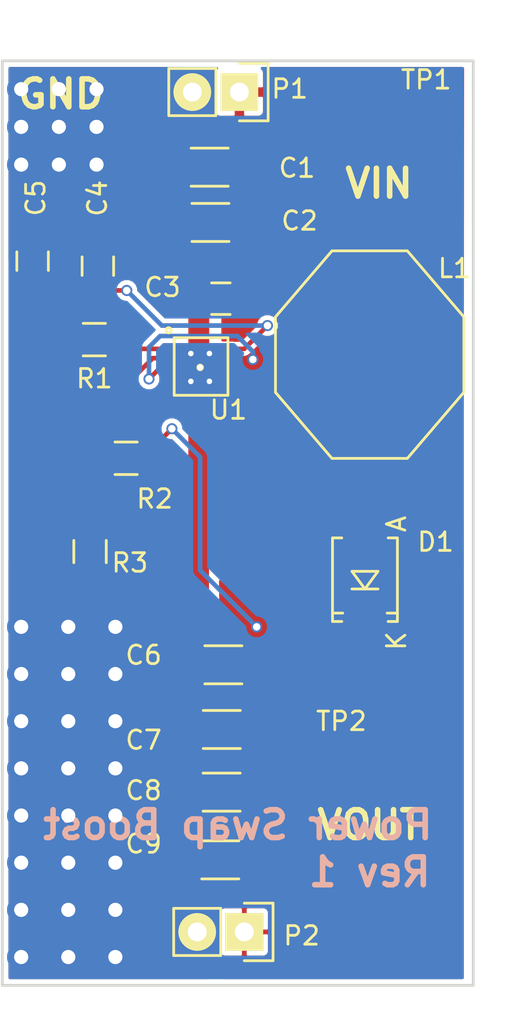
<source format=kicad_pcb>
(kicad_pcb (version 4) (host pcbnew 0.201509151501+6198~30~ubuntu14.04.1-product)

  (general
    (links 79)
    (no_connects 0)
    (area 108.585 52.453146 147.399134 107.897053)
    (thickness 1.6)
    (drawings 9)
    (tracks 42)
    (zones 0)
    (modules 52)
    (nets 9)
  )

  (page A4)
  (layers
    (0 F.Cu signal)
    (31 B.Cu signal)
    (32 B.Adhes user)
    (33 F.Adhes user)
    (34 B.Paste user)
    (35 F.Paste user)
    (36 B.SilkS user)
    (37 F.SilkS user)
    (38 B.Mask user)
    (39 F.Mask user)
    (40 Dwgs.User user)
    (41 Cmts.User user)
    (42 Eco1.User user)
    (43 Eco2.User user)
    (44 Edge.Cuts user)
    (45 Margin user)
    (46 B.CrtYd user)
    (47 F.CrtYd user)
    (48 B.Fab user)
    (49 F.Fab user)
  )

  (setup
    (last_trace_width 0.25)
    (trace_clearance 0.2)
    (zone_clearance 0.254)
    (zone_45_only no)
    (trace_min 0.2)
    (segment_width 0.2)
    (edge_width 0.15)
    (via_size 0.6)
    (via_drill 0.4)
    (via_min_size 0.4)
    (via_min_drill 0.3)
    (uvia_size 0.3)
    (uvia_drill 0.1)
    (uvias_allowed no)
    (uvia_min_size 0.2)
    (uvia_min_drill 0.1)
    (pcb_text_width 0.3)
    (pcb_text_size 1.5 1.5)
    (mod_edge_width 0.15)
    (mod_text_size 1 1)
    (mod_text_width 0.15)
    (pad_size 0.28 0.85)
    (pad_drill 0)
    (pad_to_mask_clearance 0.2)
    (aux_axis_origin 0 0)
    (visible_elements FFFEFF7F)
    (pcbplotparams
      (layerselection 0x00030_80000001)
      (usegerberextensions false)
      (excludeedgelayer true)
      (linewidth 0.100000)
      (plotframeref false)
      (viasonmask false)
      (mode 1)
      (useauxorigin false)
      (hpglpennumber 1)
      (hpglpenspeed 20)
      (hpglpendiameter 15)
      (hpglpenoverlay 2)
      (psnegative false)
      (psa4output false)
      (plotreference true)
      (plotvalue true)
      (plotinvisibletext false)
      (padsonsilk false)
      (subtractmaskfromsilk false)
      (outputformat 1)
      (mirror false)
      (drillshape 1)
      (scaleselection 1)
      (outputdirectory ""))
  )

  (net 0 "")
  (net 1 GND)
  (net 2 "Net-(C4-Pad1)")
  (net 3 "Net-(C5-Pad1)")
  (net 4 "Net-(R1-Pad1)")
  (net 5 "Net-(R2-Pad2)")
  (net 6 /SW)
  (net 7 /Vin)
  (net 8 /Vout)

  (net_class Default "This is the default net class."
    (clearance 0.2)
    (trace_width 0.25)
    (via_dia 0.6)
    (via_drill 0.4)
    (uvia_dia 0.3)
    (uvia_drill 0.1)
    (add_net /SW)
    (add_net /Vin)
    (add_net /Vout)
    (add_net GND)
    (add_net "Net-(C4-Pad1)")
    (add_net "Net-(C5-Pad1)")
    (add_net "Net-(R1-Pad1)")
    (add_net "Net-(R2-Pad2)")
  )

  (module Boost:STITCH-VIA (layer F.Cu) (tedit 563AC88A) (tstamp 563ACDE8)
    (at 114.808 104.14)
    (fp_text reference REF**1111138 (at 0 2.1) (layer F.SilkS) hide
      (effects (font (size 1 1) (thickness 0.15)))
    )
    (fp_text value STITCH-VIA (at 0 -2.1) (layer F.Fab) hide
      (effects (font (size 1 1) (thickness 0.15)))
    )
    (pad 1 thru_hole circle (at 0 0) (size 1.524 1.524) (drill 0.762) (layers *.Cu)
      (net 1 GND) (zone_connect 2))
  )

  (module Boost:STITCH-VIA (layer F.Cu) (tedit 563AC88A) (tstamp 563ACDE4)
    (at 112.268 104.14)
    (fp_text reference REF**1111128 (at 0 2.1) (layer F.SilkS) hide
      (effects (font (size 1 1) (thickness 0.15)))
    )
    (fp_text value STITCH-VIA (at 0 -2.1) (layer F.Fab) hide
      (effects (font (size 1 1) (thickness 0.15)))
    )
    (pad 1 thru_hole circle (at 0 0) (size 1.524 1.524) (drill 0.762) (layers *.Cu)
      (net 1 GND) (zone_connect 2))
  )

  (module Boost:STITCH-VIA (layer F.Cu) (tedit 563AC88A) (tstamp 563ACDE0)
    (at 109.728 104.14)
    (fp_text reference REF**1111118 (at 0 2.1) (layer F.SilkS) hide
      (effects (font (size 1 1) (thickness 0.15)))
    )
    (fp_text value STITCH-VIA (at 0 -2.1) (layer F.Fab) hide
      (effects (font (size 1 1) (thickness 0.15)))
    )
    (pad 1 thru_hole circle (at 0 0) (size 1.524 1.524) (drill 0.762) (layers *.Cu)
      (net 1 GND) (zone_connect 2))
  )

  (module Boost:STITCH-VIA (layer F.Cu) (tedit 563AC88A) (tstamp 563ACDDC)
    (at 114.808 101.6)
    (fp_text reference REF**1111137 (at 0 2.1) (layer F.SilkS) hide
      (effects (font (size 1 1) (thickness 0.15)))
    )
    (fp_text value STITCH-VIA (at 0 -2.1) (layer F.Fab) hide
      (effects (font (size 1 1) (thickness 0.15)))
    )
    (pad 1 thru_hole circle (at 0 0) (size 1.524 1.524) (drill 0.762) (layers *.Cu)
      (net 1 GND) (zone_connect 2))
  )

  (module Boost:STITCH-VIA (layer F.Cu) (tedit 563AC88A) (tstamp 563ACDD8)
    (at 112.268 101.6)
    (fp_text reference REF**1111127 (at 0 2.1) (layer F.SilkS) hide
      (effects (font (size 1 1) (thickness 0.15)))
    )
    (fp_text value STITCH-VIA (at 0 -2.1) (layer F.Fab) hide
      (effects (font (size 1 1) (thickness 0.15)))
    )
    (pad 1 thru_hole circle (at 0 0) (size 1.524 1.524) (drill 0.762) (layers *.Cu)
      (net 1 GND) (zone_connect 2))
  )

  (module Boost:STITCH-VIA (layer F.Cu) (tedit 563AC88A) (tstamp 563ACDD4)
    (at 109.728 101.6)
    (fp_text reference REF**1111117 (at 0 2.1) (layer F.SilkS) hide
      (effects (font (size 1 1) (thickness 0.15)))
    )
    (fp_text value STITCH-VIA (at 0 -2.1) (layer F.Fab) hide
      (effects (font (size 1 1) (thickness 0.15)))
    )
    (pad 1 thru_hole circle (at 0 0) (size 1.524 1.524) (drill 0.762) (layers *.Cu)
      (net 1 GND) (zone_connect 2))
  )

  (module Boost:STITCH-VIA (layer F.Cu) (tedit 563AC88A) (tstamp 563ACDD0)
    (at 114.808 99.06)
    (fp_text reference REF**1111136 (at 0 2.1) (layer F.SilkS) hide
      (effects (font (size 1 1) (thickness 0.15)))
    )
    (fp_text value STITCH-VIA (at 0 -2.1) (layer F.Fab) hide
      (effects (font (size 1 1) (thickness 0.15)))
    )
    (pad 1 thru_hole circle (at 0 0) (size 1.524 1.524) (drill 0.762) (layers *.Cu)
      (net 1 GND) (zone_connect 2))
  )

  (module Boost:STITCH-VIA (layer F.Cu) (tedit 563AC88A) (tstamp 563ACDCC)
    (at 112.268 99.06)
    (fp_text reference REF**1111126 (at 0 2.1) (layer F.SilkS) hide
      (effects (font (size 1 1) (thickness 0.15)))
    )
    (fp_text value STITCH-VIA (at 0 -2.1) (layer F.Fab) hide
      (effects (font (size 1 1) (thickness 0.15)))
    )
    (pad 1 thru_hole circle (at 0 0) (size 1.524 1.524) (drill 0.762) (layers *.Cu)
      (net 1 GND) (zone_connect 2))
  )

  (module Boost:STITCH-VIA (layer F.Cu) (tedit 563AC88A) (tstamp 563ACDC8)
    (at 109.728 99.06)
    (fp_text reference REF**1111116 (at 0 2.1) (layer F.SilkS) hide
      (effects (font (size 1 1) (thickness 0.15)))
    )
    (fp_text value STITCH-VIA (at 0 -2.1) (layer F.Fab) hide
      (effects (font (size 1 1) (thickness 0.15)))
    )
    (pad 1 thru_hole circle (at 0 0) (size 1.524 1.524) (drill 0.762) (layers *.Cu)
      (net 1 GND) (zone_connect 2))
  )

  (module Boost:STITCH-VIA (layer F.Cu) (tedit 563AC88A) (tstamp 563ACDC4)
    (at 114.808 96.52)
    (fp_text reference REF**1111135 (at 0 2.1) (layer F.SilkS) hide
      (effects (font (size 1 1) (thickness 0.15)))
    )
    (fp_text value STITCH-VIA (at 0 -2.1) (layer F.Fab) hide
      (effects (font (size 1 1) (thickness 0.15)))
    )
    (pad 1 thru_hole circle (at 0 0) (size 1.524 1.524) (drill 0.762) (layers *.Cu)
      (net 1 GND) (zone_connect 2))
  )

  (module Boost:STITCH-VIA (layer F.Cu) (tedit 563AC88A) (tstamp 563ACDC0)
    (at 112.268 96.52)
    (fp_text reference REF**1111125 (at 0 2.1) (layer F.SilkS) hide
      (effects (font (size 1 1) (thickness 0.15)))
    )
    (fp_text value STITCH-VIA (at 0 -2.1) (layer F.Fab) hide
      (effects (font (size 1 1) (thickness 0.15)))
    )
    (pad 1 thru_hole circle (at 0 0) (size 1.524 1.524) (drill 0.762) (layers *.Cu)
      (net 1 GND) (zone_connect 2))
  )

  (module Boost:STITCH-VIA (layer F.Cu) (tedit 563AC88A) (tstamp 563ACDBC)
    (at 109.728 96.52)
    (fp_text reference REF**1111115 (at 0 2.1) (layer F.SilkS) hide
      (effects (font (size 1 1) (thickness 0.15)))
    )
    (fp_text value STITCH-VIA (at 0 -2.1) (layer F.Fab) hide
      (effects (font (size 1 1) (thickness 0.15)))
    )
    (pad 1 thru_hole circle (at 0 0) (size 1.524 1.524) (drill 0.762) (layers *.Cu)
      (net 1 GND) (zone_connect 2))
  )

  (module Boost:STITCH-VIA (layer F.Cu) (tedit 563AC88A) (tstamp 563ACDB8)
    (at 114.808 93.98)
    (fp_text reference REF**1111134 (at 0 2.1) (layer F.SilkS) hide
      (effects (font (size 1 1) (thickness 0.15)))
    )
    (fp_text value STITCH-VIA (at 0 -2.1) (layer F.Fab) hide
      (effects (font (size 1 1) (thickness 0.15)))
    )
    (pad 1 thru_hole circle (at 0 0) (size 1.524 1.524) (drill 0.762) (layers *.Cu)
      (net 1 GND) (zone_connect 2))
  )

  (module Boost:STITCH-VIA (layer F.Cu) (tedit 563AC88A) (tstamp 563ACDB4)
    (at 112.268 93.98)
    (fp_text reference REF**1111124 (at 0 2.1) (layer F.SilkS) hide
      (effects (font (size 1 1) (thickness 0.15)))
    )
    (fp_text value STITCH-VIA (at 0 -2.1) (layer F.Fab) hide
      (effects (font (size 1 1) (thickness 0.15)))
    )
    (pad 1 thru_hole circle (at 0 0) (size 1.524 1.524) (drill 0.762) (layers *.Cu)
      (net 1 GND) (zone_connect 2))
  )

  (module Boost:STITCH-VIA (layer F.Cu) (tedit 563AC88A) (tstamp 563ACDB0)
    (at 109.728 93.98)
    (fp_text reference REF**1111114 (at 0 2.1) (layer F.SilkS) hide
      (effects (font (size 1 1) (thickness 0.15)))
    )
    (fp_text value STITCH-VIA (at 0 -2.1) (layer F.Fab) hide
      (effects (font (size 1 1) (thickness 0.15)))
    )
    (pad 1 thru_hole circle (at 0 0) (size 1.524 1.524) (drill 0.762) (layers *.Cu)
      (net 1 GND) (zone_connect 2))
  )

  (module Boost:STITCH-VIA (layer F.Cu) (tedit 563AC88A) (tstamp 563ACDAC)
    (at 114.808 91.44)
    (fp_text reference REF**1111133 (at 0 2.1) (layer F.SilkS) hide
      (effects (font (size 1 1) (thickness 0.15)))
    )
    (fp_text value STITCH-VIA (at 0 -2.1) (layer F.Fab) hide
      (effects (font (size 1 1) (thickness 0.15)))
    )
    (pad 1 thru_hole circle (at 0 0) (size 1.524 1.524) (drill 0.762) (layers *.Cu)
      (net 1 GND) (zone_connect 2))
  )

  (module Boost:STITCH-VIA (layer F.Cu) (tedit 563AC88A) (tstamp 563ACDA8)
    (at 112.268 91.44)
    (fp_text reference REF**1111123 (at 0 2.1) (layer F.SilkS) hide
      (effects (font (size 1 1) (thickness 0.15)))
    )
    (fp_text value STITCH-VIA (at 0 -2.1) (layer F.Fab) hide
      (effects (font (size 1 1) (thickness 0.15)))
    )
    (pad 1 thru_hole circle (at 0 0) (size 1.524 1.524) (drill 0.762) (layers *.Cu)
      (net 1 GND) (zone_connect 2))
  )

  (module Boost:STITCH-VIA (layer F.Cu) (tedit 563AC88A) (tstamp 563ACDA4)
    (at 109.728 91.44)
    (fp_text reference REF**1111113 (at 0 2.1) (layer F.SilkS) hide
      (effects (font (size 1 1) (thickness 0.15)))
    )
    (fp_text value STITCH-VIA (at 0 -2.1) (layer F.Fab) hide
      (effects (font (size 1 1) (thickness 0.15)))
    )
    (pad 1 thru_hole circle (at 0 0) (size 1.524 1.524) (drill 0.762) (layers *.Cu)
      (net 1 GND) (zone_connect 2))
  )

  (module Boost:STITCH-VIA (layer F.Cu) (tedit 563AC88A) (tstamp 563ACDA0)
    (at 114.808 88.9)
    (fp_text reference REF**1111132 (at 0 2.1) (layer F.SilkS) hide
      (effects (font (size 1 1) (thickness 0.15)))
    )
    (fp_text value STITCH-VIA (at 0 -2.1) (layer F.Fab) hide
      (effects (font (size 1 1) (thickness 0.15)))
    )
    (pad 1 thru_hole circle (at 0 0) (size 1.524 1.524) (drill 0.762) (layers *.Cu)
      (net 1 GND) (zone_connect 2))
  )

  (module Boost:STITCH-VIA (layer F.Cu) (tedit 563AC88A) (tstamp 563ACD9C)
    (at 112.268 88.9)
    (fp_text reference REF**1111122 (at 0 2.1) (layer F.SilkS) hide
      (effects (font (size 1 1) (thickness 0.15)))
    )
    (fp_text value STITCH-VIA (at 0 -2.1) (layer F.Fab) hide
      (effects (font (size 1 1) (thickness 0.15)))
    )
    (pad 1 thru_hole circle (at 0 0) (size 1.524 1.524) (drill 0.762) (layers *.Cu)
      (net 1 GND) (zone_connect 2))
  )

  (module Boost:STITCH-VIA (layer F.Cu) (tedit 563AC88A) (tstamp 563ACD98)
    (at 109.728 88.9)
    (fp_text reference REF**1111112 (at 0 2.1) (layer F.SilkS) hide
      (effects (font (size 1 1) (thickness 0.15)))
    )
    (fp_text value STITCH-VIA (at 0 -2.1) (layer F.Fab) hide
      (effects (font (size 1 1) (thickness 0.15)))
    )
    (pad 1 thru_hole circle (at 0 0) (size 1.524 1.524) (drill 0.762) (layers *.Cu)
      (net 1 GND) (zone_connect 2))
  )

  (module Boost:STITCH-VIA (layer F.Cu) (tedit 563AC88A) (tstamp 563ACD94)
    (at 114.808 86.36)
    (fp_text reference REF**1111131 (at 0 2.1) (layer F.SilkS) hide
      (effects (font (size 1 1) (thickness 0.15)))
    )
    (fp_text value STITCH-VIA (at 0 -2.1) (layer F.Fab) hide
      (effects (font (size 1 1) (thickness 0.15)))
    )
    (pad 1 thru_hole circle (at 0 0) (size 1.524 1.524) (drill 0.762) (layers *.Cu)
      (net 1 GND) (zone_connect 2))
  )

  (module Boost:STITCH-VIA (layer F.Cu) (tedit 563AC88A) (tstamp 563ACD90)
    (at 112.268 86.36)
    (fp_text reference REF**1111121 (at 0 2.1) (layer F.SilkS) hide
      (effects (font (size 1 1) (thickness 0.15)))
    )
    (fp_text value STITCH-VIA (at 0 -2.1) (layer F.Fab) hide
      (effects (font (size 1 1) (thickness 0.15)))
    )
    (pad 1 thru_hole circle (at 0 0) (size 1.524 1.524) (drill 0.762) (layers *.Cu)
      (net 1 GND) (zone_connect 2))
  )

  (module Boost:STITCH-VIA (layer F.Cu) (tedit 563AC88A) (tstamp 563ACD83)
    (at 109.728 86.36)
    (fp_text reference REF**1111111 (at 0 2.1) (layer F.SilkS) hide
      (effects (font (size 1 1) (thickness 0.15)))
    )
    (fp_text value STITCH-VIA (at 0 -2.1) (layer F.Fab) hide
      (effects (font (size 1 1) (thickness 0.15)))
    )
    (pad 1 thru_hole circle (at 0 0) (size 1.524 1.524) (drill 0.762) (layers *.Cu)
      (net 1 GND) (zone_connect 2))
  )

  (module Boost:STITCH-VIA (layer F.Cu) (tedit 563AC88A) (tstamp 563ACD7F)
    (at 113.792 61.468)
    (fp_text reference REF**111133 (at 0 2.1) (layer F.SilkS) hide
      (effects (font (size 1 1) (thickness 0.15)))
    )
    (fp_text value STITCH-VIA (at 0 -2.1) (layer F.Fab) hide
      (effects (font (size 1 1) (thickness 0.15)))
    )
    (pad 1 thru_hole circle (at 0 0) (size 1.524 1.524) (drill 0.762) (layers *.Cu)
      (net 1 GND) (zone_connect 2))
  )

  (module Boost:STITCH-VIA (layer F.Cu) (tedit 563AC88A) (tstamp 563ACD7B)
    (at 111.76 61.468)
    (fp_text reference REF**111123 (at 0 2.1) (layer F.SilkS) hide
      (effects (font (size 1 1) (thickness 0.15)))
    )
    (fp_text value STITCH-VIA (at 0 -2.1) (layer F.Fab) hide
      (effects (font (size 1 1) (thickness 0.15)))
    )
    (pad 1 thru_hole circle (at 0 0) (size 1.524 1.524) (drill 0.762) (layers *.Cu)
      (net 1 GND) (zone_connect 2))
  )

  (module Boost:STITCH-VIA (layer F.Cu) (tedit 563AC88A) (tstamp 563ACD77)
    (at 109.728 61.468)
    (fp_text reference REF**111113 (at 0 2.1) (layer F.SilkS) hide
      (effects (font (size 1 1) (thickness 0.15)))
    )
    (fp_text value STITCH-VIA (at 0 -2.1) (layer F.Fab) hide
      (effects (font (size 1 1) (thickness 0.15)))
    )
    (pad 1 thru_hole circle (at 0 0) (size 1.524 1.524) (drill 0.762) (layers *.Cu)
      (net 1 GND) (zone_connect 2))
  )

  (module Boost:STITCH-VIA (layer F.Cu) (tedit 563AC88A) (tstamp 563ACD73)
    (at 113.792 59.436)
    (fp_text reference REF**111132 (at 0 2.1) (layer F.SilkS) hide
      (effects (font (size 1 1) (thickness 0.15)))
    )
    (fp_text value STITCH-VIA (at 0 -2.1) (layer F.Fab) hide
      (effects (font (size 1 1) (thickness 0.15)))
    )
    (pad 1 thru_hole circle (at 0 0) (size 1.524 1.524) (drill 0.762) (layers *.Cu)
      (net 1 GND) (zone_connect 2))
  )

  (module Boost:STITCH-VIA (layer F.Cu) (tedit 563AC88A) (tstamp 563ACD6F)
    (at 111.76 59.436)
    (fp_text reference REF**111122 (at 0 2.1) (layer F.SilkS) hide
      (effects (font (size 1 1) (thickness 0.15)))
    )
    (fp_text value STITCH-VIA (at 0 -2.1) (layer F.Fab) hide
      (effects (font (size 1 1) (thickness 0.15)))
    )
    (pad 1 thru_hole circle (at 0 0) (size 1.524 1.524) (drill 0.762) (layers *.Cu)
      (net 1 GND) (zone_connect 2))
  )

  (module Boost:STITCH-VIA (layer F.Cu) (tedit 563AC88A) (tstamp 563ACD6B)
    (at 109.728 59.436)
    (fp_text reference REF**111112 (at 0 2.1) (layer F.SilkS) hide
      (effects (font (size 1 1) (thickness 0.15)))
    )
    (fp_text value STITCH-VIA (at 0 -2.1) (layer F.Fab) hide
      (effects (font (size 1 1) (thickness 0.15)))
    )
    (pad 1 thru_hole circle (at 0 0) (size 1.524 1.524) (drill 0.762) (layers *.Cu)
      (net 1 GND) (zone_connect 2))
  )

  (module Boost:STITCH-VIA (layer F.Cu) (tedit 563AC88A) (tstamp 563ACD67)
    (at 113.792 57.404)
    (fp_text reference REF**111131 (at 0 2.1) (layer F.SilkS) hide
      (effects (font (size 1 1) (thickness 0.15)))
    )
    (fp_text value STITCH-VIA (at 0 -2.1) (layer F.Fab) hide
      (effects (font (size 1 1) (thickness 0.15)))
    )
    (pad 1 thru_hole circle (at 0 0) (size 1.524 1.524) (drill 0.762) (layers *.Cu)
      (net 1 GND) (zone_connect 2))
  )

  (module Boost:STITCH-VIA (layer F.Cu) (tedit 563AC88A) (tstamp 563ACD63)
    (at 111.76 57.404)
    (fp_text reference REF**111121 (at 0 2.1) (layer F.SilkS) hide
      (effects (font (size 1 1) (thickness 0.15)))
    )
    (fp_text value STITCH-VIA (at 0 -2.1) (layer F.Fab) hide
      (effects (font (size 1 1) (thickness 0.15)))
    )
    (pad 1 thru_hole circle (at 0 0) (size 1.524 1.524) (drill 0.762) (layers *.Cu)
      (net 1 GND) (zone_connect 2))
  )

  (module Capacitors_SMD:C_1206_HandSoldering (layer F.Cu) (tedit 541A9C03) (tstamp 5636BF44)
    (at 119.89308 61.60516 180)
    (descr "Capacitor SMD 1206, hand soldering")
    (tags "capacitor 1206")
    (path /56319465)
    (attr smd)
    (fp_text reference C1 (at -4.70916 -0.04572 180) (layer F.SilkS)
      (effects (font (size 1 1) (thickness 0.15)))
    )
    (fp_text value 10U (at 0 2.3 180) (layer F.Fab)
      (effects (font (size 1 1) (thickness 0.15)))
    )
    (fp_line (start -3.3 -1.15) (end 3.3 -1.15) (layer F.CrtYd) (width 0.05))
    (fp_line (start -3.3 1.15) (end 3.3 1.15) (layer F.CrtYd) (width 0.05))
    (fp_line (start -3.3 -1.15) (end -3.3 1.15) (layer F.CrtYd) (width 0.05))
    (fp_line (start 3.3 -1.15) (end 3.3 1.15) (layer F.CrtYd) (width 0.05))
    (fp_line (start 1 -1.025) (end -1 -1.025) (layer F.SilkS) (width 0.15))
    (fp_line (start -1 1.025) (end 1 1.025) (layer F.SilkS) (width 0.15))
    (pad 1 smd rect (at -2 0 180) (size 2 1.6) (layers F.Cu F.Paste F.Mask)
      (net 7 /Vin))
    (pad 2 smd rect (at 2 0 180) (size 2 1.6) (layers F.Cu F.Paste F.Mask)
      (net 1 GND))
    (model Capacitors_SMD.3dshapes/C_1206_HandSoldering.wrl
      (at (xyz 0 0 0))
      (scale (xyz 1 1 1))
      (rotate (xyz 0 0 0))
    )
  )

  (module Capacitors_SMD:C_1206_HandSoldering (layer F.Cu) (tedit 541A9C03) (tstamp 5636BF4A)
    (at 119.93728 64.58204 180)
    (descr "Capacitor SMD 1206, hand soldering")
    (tags "capacitor 1206")
    (path /56319636)
    (attr smd)
    (fp_text reference C2 (at -4.80212 0.08636 180) (layer F.SilkS)
      (effects (font (size 1 1) (thickness 0.15)))
    )
    (fp_text value 10U (at 0 2.3 180) (layer F.Fab)
      (effects (font (size 1 1) (thickness 0.15)))
    )
    (fp_line (start -3.3 -1.15) (end 3.3 -1.15) (layer F.CrtYd) (width 0.05))
    (fp_line (start -3.3 1.15) (end 3.3 1.15) (layer F.CrtYd) (width 0.05))
    (fp_line (start -3.3 -1.15) (end -3.3 1.15) (layer F.CrtYd) (width 0.05))
    (fp_line (start 3.3 -1.15) (end 3.3 1.15) (layer F.CrtYd) (width 0.05))
    (fp_line (start 1 -1.025) (end -1 -1.025) (layer F.SilkS) (width 0.15))
    (fp_line (start -1 1.025) (end 1 1.025) (layer F.SilkS) (width 0.15))
    (pad 1 smd rect (at -2 0 180) (size 2 1.6) (layers F.Cu F.Paste F.Mask)
      (net 7 /Vin))
    (pad 2 smd rect (at 2 0 180) (size 2 1.6) (layers F.Cu F.Paste F.Mask)
      (net 1 GND))
    (model Capacitors_SMD.3dshapes/C_1206_HandSoldering.wrl
      (at (xyz 0 0 0))
      (scale (xyz 1 1 1))
      (rotate (xyz 0 0 0))
    )
  )

  (module Capacitors_SMD:C_0805_HandSoldering (layer F.Cu) (tedit 563AC4A4) (tstamp 5636BF50)
    (at 120.4976 68.68668 180)
    (descr "Capacitor SMD 0805, hand soldering")
    (tags "capacitor 0805")
    (path /5631988E)
    (attr smd)
    (fp_text reference C3 (at 3.1496 0.61468 180) (layer F.SilkS)
      (effects (font (size 1 1) (thickness 0.15)))
    )
    (fp_text value 1U (at 0 2.1 180) (layer F.Fab)
      (effects (font (size 1 1) (thickness 0.15)))
    )
    (fp_line (start -2.3 -1) (end 2.3 -1) (layer F.CrtYd) (width 0.05))
    (fp_line (start -2.3 1) (end 2.3 1) (layer F.CrtYd) (width 0.05))
    (fp_line (start -2.3 -1) (end -2.3 1) (layer F.CrtYd) (width 0.05))
    (fp_line (start 2.3 -1) (end 2.3 1) (layer F.CrtYd) (width 0.05))
    (fp_line (start 0.5 -0.85) (end -0.5 -0.85) (layer F.SilkS) (width 0.15))
    (fp_line (start -0.5 0.85) (end 0.5 0.85) (layer F.SilkS) (width 0.15))
    (pad 1 smd rect (at -1.25 0 180) (size 1.5 1.25) (layers F.Cu F.Paste F.Mask)
      (net 7 /Vin))
    (pad 2 smd rect (at 1.25 0 180) (size 1.5 1.25) (layers F.Cu F.Paste F.Mask)
      (net 1 GND) (zone_connect 2))
    (model Capacitors_SMD.3dshapes/C_0805_HandSoldering.wrl
      (at (xyz 0 0 0))
      (scale (xyz 1 1 1))
      (rotate (xyz 0 0 0))
    )
  )

  (module Capacitors_SMD:C_0805_HandSoldering (layer F.Cu) (tedit 541A9B8D) (tstamp 5636BF56)
    (at 113.86312 66.9344 90)
    (descr "Capacitor SMD 0805, hand soldering")
    (tags "capacitor 0805")
    (path /5631B263)
    (attr smd)
    (fp_text reference C4 (at 3.6522 -0.0254 90) (layer F.SilkS)
      (effects (font (size 1 1) (thickness 0.15)))
    )
    (fp_text value 100nF (at 0 2.1 90) (layer F.Fab)
      (effects (font (size 1 1) (thickness 0.15)))
    )
    (fp_line (start -2.3 -1) (end 2.3 -1) (layer F.CrtYd) (width 0.05))
    (fp_line (start -2.3 1) (end 2.3 1) (layer F.CrtYd) (width 0.05))
    (fp_line (start -2.3 -1) (end -2.3 1) (layer F.CrtYd) (width 0.05))
    (fp_line (start 2.3 -1) (end 2.3 1) (layer F.CrtYd) (width 0.05))
    (fp_line (start 0.5 -0.85) (end -0.5 -0.85) (layer F.SilkS) (width 0.15))
    (fp_line (start -0.5 0.85) (end 0.5 0.85) (layer F.SilkS) (width 0.15))
    (pad 1 smd rect (at -1.25 0 90) (size 1.5 1.25) (layers F.Cu F.Paste F.Mask)
      (net 2 "Net-(C4-Pad1)"))
    (pad 2 smd rect (at 1.25 0 90) (size 1.5 1.25) (layers F.Cu F.Paste F.Mask)
      (net 1 GND))
    (model Capacitors_SMD.3dshapes/C_0805_HandSoldering.wrl
      (at (xyz 0 0 0))
      (scale (xyz 1 1 1))
      (rotate (xyz 0 0 0))
    )
  )

  (module Capacitors_SMD:C_0805_HandSoldering (layer F.Cu) (tedit 541A9B8D) (tstamp 5636BF5C)
    (at 110.34268 66.66516 90)
    (descr "Capacitor SMD 0805, hand soldering")
    (tags "capacitor 0805")
    (path /5631B401)
    (attr smd)
    (fp_text reference C5 (at 3.39884 0.16764 270) (layer F.SilkS)
      (effects (font (size 1 1) (thickness 0.15)))
    )
    (fp_text value 820pF (at 0 2.1 90) (layer F.Fab)
      (effects (font (size 1 1) (thickness 0.15)))
    )
    (fp_line (start -2.3 -1) (end 2.3 -1) (layer F.CrtYd) (width 0.05))
    (fp_line (start -2.3 1) (end 2.3 1) (layer F.CrtYd) (width 0.05))
    (fp_line (start -2.3 -1) (end -2.3 1) (layer F.CrtYd) (width 0.05))
    (fp_line (start 2.3 -1) (end 2.3 1) (layer F.CrtYd) (width 0.05))
    (fp_line (start 0.5 -0.85) (end -0.5 -0.85) (layer F.SilkS) (width 0.15))
    (fp_line (start -0.5 0.85) (end 0.5 0.85) (layer F.SilkS) (width 0.15))
    (pad 1 smd rect (at -1.25 0 90) (size 1.5 1.25) (layers F.Cu F.Paste F.Mask)
      (net 3 "Net-(C5-Pad1)"))
    (pad 2 smd rect (at 1.25 0 90) (size 1.5 1.25) (layers F.Cu F.Paste F.Mask)
      (net 1 GND))
    (model Capacitors_SMD.3dshapes/C_0805_HandSoldering.wrl
      (at (xyz 0 0 0))
      (scale (xyz 1 1 1))
      (rotate (xyz 0 0 0))
    )
  )

  (module Capacitors_SMD:C_1206_HandSoldering (layer F.Cu) (tedit 541A9C03) (tstamp 5636BF62)
    (at 120.63324 88.40216 180)
    (descr "Capacitor SMD 1206, hand soldering")
    (tags "capacitor 1206")
    (path /5631A40E)
    (attr smd)
    (fp_text reference C6 (at 4.30124 0.51816 180) (layer F.SilkS)
      (effects (font (size 1 1) (thickness 0.15)))
    )
    (fp_text value 10U (at 0 2.3 180) (layer F.Fab)
      (effects (font (size 1 1) (thickness 0.15)))
    )
    (fp_line (start -3.3 -1.15) (end 3.3 -1.15) (layer F.CrtYd) (width 0.05))
    (fp_line (start -3.3 1.15) (end 3.3 1.15) (layer F.CrtYd) (width 0.05))
    (fp_line (start -3.3 -1.15) (end -3.3 1.15) (layer F.CrtYd) (width 0.05))
    (fp_line (start 3.3 -1.15) (end 3.3 1.15) (layer F.CrtYd) (width 0.05))
    (fp_line (start 1 -1.025) (end -1 -1.025) (layer F.SilkS) (width 0.15))
    (fp_line (start -1 1.025) (end 1 1.025) (layer F.SilkS) (width 0.15))
    (pad 1 smd rect (at -2 0 180) (size 2 1.6) (layers F.Cu F.Paste F.Mask)
      (net 8 /Vout))
    (pad 2 smd rect (at 2 0 180) (size 2 1.6) (layers F.Cu F.Paste F.Mask)
      (net 1 GND))
    (model Capacitors_SMD.3dshapes/C_1206_HandSoldering.wrl
      (at (xyz 0 0 0))
      (scale (xyz 1 1 1))
      (rotate (xyz 0 0 0))
    )
  )

  (module Capacitors_SMD:C_1206_HandSoldering (layer F.Cu) (tedit 541A9C03) (tstamp 5636BF68)
    (at 120.54688 91.88704 180)
    (descr "Capacitor SMD 1206, hand soldering")
    (tags "capacitor 1206")
    (path /5631A62E)
    (attr smd)
    (fp_text reference C7 (at 4.21488 -0.56896 180) (layer F.SilkS)
      (effects (font (size 1 1) (thickness 0.15)))
    )
    (fp_text value 10U (at 0 2.3 180) (layer F.Fab)
      (effects (font (size 1 1) (thickness 0.15)))
    )
    (fp_line (start -3.3 -1.15) (end 3.3 -1.15) (layer F.CrtYd) (width 0.05))
    (fp_line (start -3.3 1.15) (end 3.3 1.15) (layer F.CrtYd) (width 0.05))
    (fp_line (start -3.3 -1.15) (end -3.3 1.15) (layer F.CrtYd) (width 0.05))
    (fp_line (start 3.3 -1.15) (end 3.3 1.15) (layer F.CrtYd) (width 0.05))
    (fp_line (start 1 -1.025) (end -1 -1.025) (layer F.SilkS) (width 0.15))
    (fp_line (start -1 1.025) (end 1 1.025) (layer F.SilkS) (width 0.15))
    (pad 1 smd rect (at -2 0 180) (size 2 1.6) (layers F.Cu F.Paste F.Mask)
      (net 8 /Vout))
    (pad 2 smd rect (at 2 0 180) (size 2 1.6) (layers F.Cu F.Paste F.Mask)
      (net 1 GND))
    (model Capacitors_SMD.3dshapes/C_1206_HandSoldering.wrl
      (at (xyz 0 0 0))
      (scale (xyz 1 1 1))
      (rotate (xyz 0 0 0))
    )
  )

  (module Capacitors_SMD:C_1206_HandSoldering (layer F.Cu) (tedit 541A9C03) (tstamp 5636BF6E)
    (at 120.53824 95.26016 180)
    (descr "Capacitor SMD 1206, hand soldering")
    (tags "capacitor 1206")
    (path /5631A664)
    (attr smd)
    (fp_text reference C8 (at 4.20624 0.08636 180) (layer F.SilkS)
      (effects (font (size 1 1) (thickness 0.15)))
    )
    (fp_text value 10U (at 0 2.3 180) (layer F.Fab)
      (effects (font (size 1 1) (thickness 0.15)))
    )
    (fp_line (start -3.3 -1.15) (end 3.3 -1.15) (layer F.CrtYd) (width 0.05))
    (fp_line (start -3.3 1.15) (end 3.3 1.15) (layer F.CrtYd) (width 0.05))
    (fp_line (start -3.3 -1.15) (end -3.3 1.15) (layer F.CrtYd) (width 0.05))
    (fp_line (start 3.3 -1.15) (end 3.3 1.15) (layer F.CrtYd) (width 0.05))
    (fp_line (start 1 -1.025) (end -1 -1.025) (layer F.SilkS) (width 0.15))
    (fp_line (start -1 1.025) (end 1 1.025) (layer F.SilkS) (width 0.15))
    (pad 1 smd rect (at -2 0 180) (size 2 1.6) (layers F.Cu F.Paste F.Mask)
      (net 8 /Vout))
    (pad 2 smd rect (at 2 0 180) (size 2 1.6) (layers F.Cu F.Paste F.Mask)
      (net 1 GND))
    (model Capacitors_SMD.3dshapes/C_1206_HandSoldering.wrl
      (at (xyz 0 0 0))
      (scale (xyz 1 1 1))
      (rotate (xyz 0 0 0))
    )
  )

  (module Capacitors_SMD:C_1206_HandSoldering (layer F.Cu) (tedit 541A9C03) (tstamp 5636BF74)
    (at 120.4656 98.9076 180)
    (descr "Capacitor SMD 1206, hand soldering")
    (tags "capacitor 1206")
    (path /5631A699)
    (attr smd)
    (fp_text reference C9 (at 4.1336 0.8636 180) (layer F.SilkS)
      (effects (font (size 1 1) (thickness 0.15)))
    )
    (fp_text value 10U (at 0 2.3 180) (layer F.Fab)
      (effects (font (size 1 1) (thickness 0.15)))
    )
    (fp_line (start -3.3 -1.15) (end 3.3 -1.15) (layer F.CrtYd) (width 0.05))
    (fp_line (start -3.3 1.15) (end 3.3 1.15) (layer F.CrtYd) (width 0.05))
    (fp_line (start -3.3 -1.15) (end -3.3 1.15) (layer F.CrtYd) (width 0.05))
    (fp_line (start 3.3 -1.15) (end 3.3 1.15) (layer F.CrtYd) (width 0.05))
    (fp_line (start 1 -1.025) (end -1 -1.025) (layer F.SilkS) (width 0.15))
    (fp_line (start -1 1.025) (end 1 1.025) (layer F.SilkS) (width 0.15))
    (pad 1 smd rect (at -2 0 180) (size 2 1.6) (layers F.Cu F.Paste F.Mask)
      (net 8 /Vout))
    (pad 2 smd rect (at 2 0 180) (size 2 1.6) (layers F.Cu F.Paste F.Mask)
      (net 1 GND))
    (model Capacitors_SMD.3dshapes/C_1206_HandSoldering.wrl
      (at (xyz 0 0 0))
      (scale (xyz 1 1 1))
      (rotate (xyz 0 0 0))
    )
  )

  (module Diodes_SMD:SMA-SMB_Universal_Handsoldering (layer F.Cu) (tedit 552FF496) (tstamp 5636BF7A)
    (at 128.27 83.82 90)
    (descr "Diode, Universal, SMA, SMB, Handsoldering,")
    (tags "Diode Universal SMA SMB Handsoldering ")
    (path /5631C97C)
    (attr smd)
    (fp_text reference D1 (at 2.032 3.81 180) (layer F.SilkS)
      (effects (font (size 1 1) (thickness 0.15)))
    )
    (fp_text value B340LA-13-F (at 0 3.81 90) (layer F.Fab)
      (effects (font (size 1 1) (thickness 0.15)))
    )
    (fp_line (start -0.49958 0) (end 0.45038 -0.70104) (layer F.SilkS) (width 0.15))
    (fp_line (start 0.45038 -0.70104) (end 0.45038 0.70104) (layer F.SilkS) (width 0.15))
    (fp_line (start 0.45038 0.70104) (end -0.49958 0) (layer F.SilkS) (width 0.15))
    (fp_line (start -0.49958 -0.70104) (end -0.49958 0.70104) (layer F.SilkS) (width 0.15))
    (fp_line (start -2.25044 1.39954) (end -2.25044 1.24968) (layer F.SilkS) (width 0.15))
    (fp_line (start -2.25044 -1.39954) (end -2.25044 -1.24968) (layer F.SilkS) (width 0.15))
    (fp_line (start -1.79914 1.39954) (end -1.79914 1.19888) (layer F.SilkS) (width 0.15))
    (fp_line (start 2.25044 1.34874) (end 2.25044 1.24968) (layer F.SilkS) (width 0.15))
    (fp_line (start -1.79914 -1.34874) (end -1.79914 -1.19888) (layer F.SilkS) (width 0.15))
    (fp_line (start 2.25044 -1.39954) (end 2.25044 -1.24968) (layer F.SilkS) (width 0.15))
    (fp_text user K (at -3.3 1.7 90) (layer F.SilkS)
      (effects (font (size 1 1) (thickness 0.15)))
    )
    (fp_text user A (at 2.99974 1.69926 90) (layer F.SilkS)
      (effects (font (size 1 1) (thickness 0.15)))
    )
    (fp_line (start -1.79914 1.75006) (end -1.79914 1.39954) (layer F.SilkS) (width 0.15))
    (fp_line (start -1.79914 -1.75006) (end -1.79914 -1.39954) (layer F.SilkS) (width 0.15))
    (fp_line (start 2.25044 1.75006) (end 2.25044 1.39954) (layer F.SilkS) (width 0.15))
    (fp_line (start -2.25044 1.75006) (end -2.25044 1.39954) (layer F.SilkS) (width 0.15))
    (fp_line (start -2.25044 -1.75006) (end -2.25044 -1.39954) (layer F.SilkS) (width 0.15))
    (fp_line (start 2.25044 -1.75006) (end 2.25044 -1.39954) (layer F.SilkS) (width 0.15))
    (fp_line (start -2.25044 1.75006) (end 2.25044 1.75006) (layer F.SilkS) (width 0.15))
    (fp_line (start -2.25044 -1.75006) (end 2.25044 -1.75006) (layer F.SilkS) (width 0.15))
    (pad 1 smd trapezoid (at -2.90068 0 90) (size 3.60172 1.69926) (rect_delta 0.59944 0 ) (layers F.Cu F.Paste F.Mask)
      (net 8 /Vout))
    (pad 2 smd trapezoid (at 2.90068 0 270) (size 3.60172 1.69926) (rect_delta 0.59944 0 ) (layers F.Cu F.Paste F.Mask)
      (net 6 /SW))
    (model Diodes_SMD.3dshapes/SMA-SMB_Universal_Handsoldering.wrl
      (at (xyz 0 0 0))
      (scale (xyz 0.3937 0.3937 0.3937))
      (rotate (xyz 0 0 180))
    )
  )

  (module Boost:SRU1048 (layer F.Cu) (tedit 5636B87F) (tstamp 5636BF88)
    (at 128.524 71.7 270)
    (path /563192CC)
    (fp_text reference L1 (at -4.644 -4.572 360) (layer F.SilkS)
      (effects (font (size 1 1) (thickness 0.15)))
    )
    (fp_text value SRU1048 (at 0 -6.35 270) (layer F.Fab)
      (effects (font (size 1 1) (thickness 0.15)))
    )
    (fp_line (start -2.032 -5.08) (end 2.032 -5.08) (layer F.SilkS) (width 0.15))
    (fp_line (start 2.032 -5.08) (end 5.588 -2.032) (layer F.SilkS) (width 0.15))
    (fp_line (start 5.588 -2.032) (end 5.588 2.032) (layer F.SilkS) (width 0.15))
    (fp_line (start 5.588 2.032) (end 2.032 5.08) (layer F.SilkS) (width 0.15))
    (fp_line (start 2.032 5.08) (end -2.032 5.08) (layer F.SilkS) (width 0.15))
    (fp_line (start -2.032 5.08) (end -5.588 2.032) (layer F.SilkS) (width 0.15))
    (fp_line (start -5.588 2.032) (end -5.588 -2.032) (layer F.SilkS) (width 0.15))
    (fp_line (start -5.588 -2.032) (end -2.032 -5.08) (layer F.SilkS) (width 0.15))
    (pad 1 smd rect (at -4.5 0 270) (size 1.8 3.6) (layers F.Cu F.Paste F.Mask)
      (net 7 /Vin))
    (pad 2 smd rect (at 4.5 0 270) (size 1.8 3.6) (layers F.Cu F.Paste F.Mask)
      (net 6 /SW))
  )

  (module Pin_Headers:Pin_Header_Straight_1x02 (layer F.Cu) (tedit 54EA090C) (tstamp 5636BF8E)
    (at 121.49836 57.56148 270)
    (descr "Through hole pin header")
    (tags "pin header")
    (path /56319D59)
    (fp_text reference P1 (at -0.17272 -2.71272 360) (layer F.SilkS)
      (effects (font (size 1 1) (thickness 0.15)))
    )
    (fp_text value CONN_01X02 (at 0 -3.1 270) (layer F.Fab)
      (effects (font (size 1 1) (thickness 0.15)))
    )
    (fp_line (start 1.27 1.27) (end 1.27 3.81) (layer F.SilkS) (width 0.15))
    (fp_line (start 1.55 -1.55) (end 1.55 0) (layer F.SilkS) (width 0.15))
    (fp_line (start -1.75 -1.75) (end -1.75 4.3) (layer F.CrtYd) (width 0.05))
    (fp_line (start 1.75 -1.75) (end 1.75 4.3) (layer F.CrtYd) (width 0.05))
    (fp_line (start -1.75 -1.75) (end 1.75 -1.75) (layer F.CrtYd) (width 0.05))
    (fp_line (start -1.75 4.3) (end 1.75 4.3) (layer F.CrtYd) (width 0.05))
    (fp_line (start 1.27 1.27) (end -1.27 1.27) (layer F.SilkS) (width 0.15))
    (fp_line (start -1.55 0) (end -1.55 -1.55) (layer F.SilkS) (width 0.15))
    (fp_line (start -1.55 -1.55) (end 1.55 -1.55) (layer F.SilkS) (width 0.15))
    (fp_line (start -1.27 1.27) (end -1.27 3.81) (layer F.SilkS) (width 0.15))
    (fp_line (start -1.27 3.81) (end 1.27 3.81) (layer F.SilkS) (width 0.15))
    (pad 1 thru_hole rect (at 0 0 270) (size 2.032 2.032) (drill 1.016) (layers *.Cu *.Mask F.SilkS)
      (net 7 /Vin))
    (pad 2 thru_hole oval (at 0 2.54 270) (size 2.032 2.032) (drill 1.016) (layers *.Cu *.Mask F.SilkS)
      (net 1 GND))
    (model Pin_Headers.3dshapes/Pin_Header_Straight_1x02.wrl
      (at (xyz 0 -0.05 0))
      (scale (xyz 1 1 1))
      (rotate (xyz 0 0 90))
    )
  )

  (module Pin_Headers:Pin_Header_Straight_1x02 (layer F.Cu) (tedit 54EA090C) (tstamp 5636BF94)
    (at 121.76252 102.78872 270)
    (descr "Through hole pin header")
    (tags "pin header")
    (path /5631CEDA)
    (fp_text reference P2 (at 0.2032 -3.09372 360) (layer F.SilkS)
      (effects (font (size 1 1) (thickness 0.15)))
    )
    (fp_text value CONN_01X02 (at 0 -3.1 270) (layer F.Fab)
      (effects (font (size 1 1) (thickness 0.15)))
    )
    (fp_line (start 1.27 1.27) (end 1.27 3.81) (layer F.SilkS) (width 0.15))
    (fp_line (start 1.55 -1.55) (end 1.55 0) (layer F.SilkS) (width 0.15))
    (fp_line (start -1.75 -1.75) (end -1.75 4.3) (layer F.CrtYd) (width 0.05))
    (fp_line (start 1.75 -1.75) (end 1.75 4.3) (layer F.CrtYd) (width 0.05))
    (fp_line (start -1.75 -1.75) (end 1.75 -1.75) (layer F.CrtYd) (width 0.05))
    (fp_line (start -1.75 4.3) (end 1.75 4.3) (layer F.CrtYd) (width 0.05))
    (fp_line (start 1.27 1.27) (end -1.27 1.27) (layer F.SilkS) (width 0.15))
    (fp_line (start -1.55 0) (end -1.55 -1.55) (layer F.SilkS) (width 0.15))
    (fp_line (start -1.55 -1.55) (end 1.55 -1.55) (layer F.SilkS) (width 0.15))
    (fp_line (start -1.27 1.27) (end -1.27 3.81) (layer F.SilkS) (width 0.15))
    (fp_line (start -1.27 3.81) (end 1.27 3.81) (layer F.SilkS) (width 0.15))
    (pad 1 thru_hole rect (at 0 0 270) (size 2.032 2.032) (drill 1.016) (layers *.Cu *.Mask F.SilkS)
      (net 8 /Vout))
    (pad 2 thru_hole oval (at 0 2.54 270) (size 2.032 2.032) (drill 1.016) (layers *.Cu *.Mask F.SilkS)
      (net 1 GND))
    (model Pin_Headers.3dshapes/Pin_Header_Straight_1x02.wrl
      (at (xyz 0 -0.05 0))
      (scale (xyz 1 1 1))
      (rotate (xyz 0 0 90))
    )
  )

  (module Resistors_SMD:R_0805_HandSoldering (layer F.Cu) (tedit 54189DEE) (tstamp 5636BF9A)
    (at 113.67388 70.8914 180)
    (descr "Resistor SMD 0805, hand soldering")
    (tags "resistor 0805")
    (path /5631B45F)
    (attr smd)
    (fp_text reference R1 (at 0 -2.1 180) (layer F.SilkS)
      (effects (font (size 1 1) (thickness 0.15)))
    )
    (fp_text value 57K6 (at 0 2.1 180) (layer F.Fab)
      (effects (font (size 1 1) (thickness 0.15)))
    )
    (fp_line (start -2.4 -1) (end 2.4 -1) (layer F.CrtYd) (width 0.05))
    (fp_line (start -2.4 1) (end 2.4 1) (layer F.CrtYd) (width 0.05))
    (fp_line (start -2.4 -1) (end -2.4 1) (layer F.CrtYd) (width 0.05))
    (fp_line (start 2.4 -1) (end 2.4 1) (layer F.CrtYd) (width 0.05))
    (fp_line (start 0.6 0.875) (end -0.6 0.875) (layer F.SilkS) (width 0.15))
    (fp_line (start -0.6 -0.875) (end 0.6 -0.875) (layer F.SilkS) (width 0.15))
    (pad 1 smd rect (at -1.35 0 180) (size 1.5 1.3) (layers F.Cu F.Paste F.Mask)
      (net 4 "Net-(R1-Pad1)"))
    (pad 2 smd rect (at 1.35 0 180) (size 1.5 1.3) (layers F.Cu F.Paste F.Mask)
      (net 3 "Net-(C5-Pad1)"))
    (model Resistors_SMD.3dshapes/R_0805_HandSoldering.wrl
      (at (xyz 0 0 0))
      (scale (xyz 1 1 1))
      (rotate (xyz 0 0 0))
    )
  )

  (module Resistors_SMD:R_0805_HandSoldering (layer F.Cu) (tedit 54189DEE) (tstamp 5636BFA0)
    (at 115.38712 77.28204 180)
    (descr "Resistor SMD 0805, hand soldering")
    (tags "resistor 0805")
    (path /5631ACD8)
    (attr smd)
    (fp_text reference R2 (at -1.53924 -2.1844 180) (layer F.SilkS)
      (effects (font (size 1 1) (thickness 0.15)))
    )
    (fp_text value 150K (at 0 2.1 180) (layer F.Fab)
      (effects (font (size 1 1) (thickness 0.15)))
    )
    (fp_line (start -2.4 -1) (end 2.4 -1) (layer F.CrtYd) (width 0.05))
    (fp_line (start -2.4 1) (end 2.4 1) (layer F.CrtYd) (width 0.05))
    (fp_line (start -2.4 -1) (end -2.4 1) (layer F.CrtYd) (width 0.05))
    (fp_line (start 2.4 -1) (end 2.4 1) (layer F.CrtYd) (width 0.05))
    (fp_line (start 0.6 0.875) (end -0.6 0.875) (layer F.SilkS) (width 0.15))
    (fp_line (start -0.6 -0.875) (end 0.6 -0.875) (layer F.SilkS) (width 0.15))
    (pad 1 smd rect (at -1.35 0 180) (size 1.5 1.3) (layers F.Cu F.Paste F.Mask)
      (net 8 /Vout))
    (pad 2 smd rect (at 1.35 0 180) (size 1.5 1.3) (layers F.Cu F.Paste F.Mask)
      (net 5 "Net-(R2-Pad2)"))
    (model Resistors_SMD.3dshapes/R_0805_HandSoldering.wrl
      (at (xyz 0 0 0))
      (scale (xyz 1 1 1))
      (rotate (xyz 0 0 0))
    )
  )

  (module Resistors_SMD:R_0805_HandSoldering (layer F.Cu) (tedit 54189DEE) (tstamp 5636BFA6)
    (at 113.44148 82.30616 270)
    (descr "Resistor SMD 0805, hand soldering")
    (tags "resistor 0805")
    (path /5631AD24)
    (attr smd)
    (fp_text reference R3 (at 0.60452 -2.14884 360) (layer F.SilkS)
      (effects (font (size 1 1) (thickness 0.15)))
    )
    (fp_text value 39K (at 0 2.1 270) (layer F.Fab)
      (effects (font (size 1 1) (thickness 0.15)))
    )
    (fp_line (start -2.4 -1) (end 2.4 -1) (layer F.CrtYd) (width 0.05))
    (fp_line (start -2.4 1) (end 2.4 1) (layer F.CrtYd) (width 0.05))
    (fp_line (start -2.4 -1) (end -2.4 1) (layer F.CrtYd) (width 0.05))
    (fp_line (start 2.4 -1) (end 2.4 1) (layer F.CrtYd) (width 0.05))
    (fp_line (start 0.6 0.875) (end -0.6 0.875) (layer F.SilkS) (width 0.15))
    (fp_line (start -0.6 -0.875) (end 0.6 -0.875) (layer F.SilkS) (width 0.15))
    (pad 1 smd rect (at -1.35 0 270) (size 1.5 1.3) (layers F.Cu F.Paste F.Mask)
      (net 5 "Net-(R2-Pad2)"))
    (pad 2 smd rect (at 1.35 0 270) (size 1.5 1.3) (layers F.Cu F.Paste F.Mask)
      (net 1 GND))
    (model Resistors_SMD.3dshapes/R_0805_HandSoldering.wrl
      (at (xyz 0 0 0))
      (scale (xyz 1 1 1))
      (rotate (xyz 0 0 0))
    )
  )

  (module Measurement_Points:Measurement_Point_Square-SMD-Pad_Big (layer F.Cu) (tedit 0) (tstamp 5636BFAB)
    (at 129.032 59.436)
    (descr "Mesurement Point, Square, SMD Pad,  3mm x 3mm,")
    (tags "Mesurement Point, Square, SMD Pad, 3mm x 3mm,")
    (path /5636B9F0)
    (fp_text reference TP1 (at 2.54 -2.54) (layer F.SilkS)
      (effects (font (size 1 1) (thickness 0.15)))
    )
    (fp_text value CONN_01X01 (at 2.54 3.81) (layer F.Fab)
      (effects (font (size 1 1) (thickness 0.15)))
    )
    (pad 1 smd rect (at 0 0) (size 2.99974 2.99974) (layers F.Cu F.Paste F.Mask)
      (net 7 /Vin))
  )

  (module Measurement_Points:Measurement_Point_Square-SMD-Pad_Big (layer F.Cu) (tedit 0) (tstamp 5636BFB0)
    (at 128.524 93.98)
    (descr "Mesurement Point, Square, SMD Pad,  3mm x 3mm,")
    (tags "Mesurement Point, Square, SMD Pad, 3mm x 3mm,")
    (path /5636BC69)
    (fp_text reference TP2 (at -1.524 -2.54) (layer F.SilkS)
      (effects (font (size 1 1) (thickness 0.15)))
    )
    (fp_text value CONN_01X01 (at 2.54 3.81) (layer F.Fab)
      (effects (font (size 1 1) (thickness 0.15)))
    )
    (pad 1 smd rect (at 0 0) (size 2.99974 2.99974) (layers F.Cu F.Paste F.Mask)
      (net 8 /Vout))
  )

  (module Boost:TPS61087 (layer F.Cu) (tedit 563AC933) (tstamp 5636BFCD)
    (at 119.38 72.39 270)
    (path /56319256)
    (solder_mask_margin 0.0508)
    (clearance 0.0508)
    (fp_text reference U1 (at 2.286 -1.524 360) (layer F.SilkS)
      (effects (font (size 1 1) (thickness 0.15)))
    )
    (fp_text value TPS61087 (at 0 -3.6 270) (layer F.Fab)
      (effects (font (size 1 1) (thickness 0.15)))
    )
    (fp_line (start -1.6 1.4) (end 1.5 1.4) (layer F.SilkS) (width 0.15))
    (fp_line (start 1.5 1.4) (end 1.5 -1.5) (layer F.SilkS) (width 0.15))
    (fp_line (start 1.5 -1.5) (end -1.6 -1.5) (layer F.SilkS) (width 0.15))
    (fp_line (start -1.6 -1.5) (end -1.6 1.4) (layer F.SilkS) (width 0.15))
    (fp_circle (center -2 1.7) (end -1.9 1.8) (layer F.SilkS) (width 0.15))
    (pad 11 thru_hole circle (at -0.75 -0.5 270) (size 0.4 0.4) (drill 0.3) (layers *.Cu)
      (net 1 GND) (zone_connect 2))
    (pad 11 thru_hole circle (at 0.75 0.5 270) (size 0.4 0.4) (drill 0.3) (layers *.Cu)
      (net 1 GND) (zone_connect 2))
    (pad 11 thru_hole circle (at 0.75 -0.5 270) (size 0.4 0.4) (drill 0.3) (layers *.Cu)
      (net 1 GND) (zone_connect 2))
    (pad 11 thru_hole circle (at 0 0 270) (size 0.4 0.4) (drill 0.3) (layers *.Cu *.Mask F.SilkS)
      (net 1 GND) (zone_connect 2))
    (pad 11 thru_hole circle (at -0.75 0.5 270) (size 0.4 0.4) (drill 0.3) (layers *.Cu)
      (net 1 GND) (clearance 0.1524) (zone_connect 2))
    (pad 1 smd oval (at -1 1.475 270) (size 0.28 0.85) (layers F.Cu F.Paste F.Mask)
      (net 4 "Net-(R1-Pad1)"))
    (pad 2 smd oval (at -0.5 1.475 270) (size 0.28 0.85) (layers F.Cu F.Paste F.Mask)
      (net 5 "Net-(R2-Pad2)"))
    (pad 3 smd oval (at 0 1.475 270) (size 0.28 0.85) (layers F.Cu F.Paste F.Mask)
      (net 7 /Vin))
    (pad 4 smd oval (at 0.5 1.475 270) (size 0.28 0.85) (layers F.Cu F.Paste F.Mask)
      (net 1 GND) (zone_connect 2))
    (pad 5 smd oval (at 1 1.475 270) (size 0.28 0.85) (layers F.Cu F.Paste F.Mask)
      (net 1 GND) (zone_connect 2))
    (pad 6 smd oval (at 1 -1.475 270) (size 0.28 0.85) (layers F.Cu F.Paste F.Mask)
      (net 6 /SW) (zone_connect 2))
    (pad 7 smd oval (at 0.5 -1.475 270) (size 0.28 0.85) (layers F.Cu F.Paste F.Mask)
      (net 6 /SW) (zone_connect 2))
    (pad 8 smd oval (at 0 -1.475 270) (size 0.28 0.85) (layers F.Cu F.Paste F.Mask)
      (net 7 /Vin) (zone_connect 2))
    (pad 9 smd oval (at -0.5 -1.475 270) (size 0.28 0.85) (layers F.Cu F.Paste F.Mask)
      (net 7 /Vin) (zone_connect 2))
    (pad 10 smd oval (at -1 -1.475 270) (size 0.28 0.85) (layers F.Cu F.Paste F.Mask)
      (net 2 "Net-(C4-Pad1)"))
    (pad 11 smd rect (at 0 0 270) (size 2.4 1.65) (layers F.Cu F.Paste F.Mask)
      (net 1 GND) (zone_connect 2))
    (pad 11 smd rect (at -1.55 -0.25 270) (size 0.7 0.28) (layers F.Cu F.Paste F.Mask)
      (net 1 GND) (zone_connect 2))
    (pad 11 smd rect (at -1.55 0.25 270) (size 0.7 0.28) (layers F.Cu F.Paste F.Mask)
      (net 1 GND) (zone_connect 2))
    (pad 11 smd rect (at 1.55 -0.25 270) (size 0.7 0.28) (layers F.Cu F.Paste F.Mask)
      (net 1 GND) (zone_connect 2))
    (pad 11 smd rect (at 1.55 0.25 270) (size 0.7 0.28) (layers F.Cu F.Paste F.Mask)
      (net 1 GND) (zone_connect 2))
  )

  (module Boost:STITCH-VIA (layer F.Cu) (tedit 563AC88A) (tstamp 563ACAAB)
    (at 109.728 57.404)
    (fp_text reference REF**111111 (at 0 2.1) (layer F.SilkS) hide
      (effects (font (size 1 1) (thickness 0.15)))
    )
    (fp_text value STITCH-VIA (at 0 -2.1) (layer F.Fab) hide
      (effects (font (size 1 1) (thickness 0.15)))
    )
    (pad 1 thru_hole circle (at 0 0) (size 1.524 1.524) (drill 0.762) (layers *.Cu)
      (net 1 GND) (zone_connect 2))
  )

  (gr_text "Rev 1" (at 128.524 99.568) (layer B.SilkS)
    (effects (font (size 1.5 1.5) (thickness 0.3)) (justify mirror))
  )
  (gr_text "Power Swap Boost" (at 121.412 97.028) (layer B.SilkS)
    (effects (font (size 1.5 1.5) (thickness 0.3)) (justify mirror))
  )
  (gr_line (start 134.112 105.664) (end 134.112 55.88) (layer Edge.Cuts) (width 0.15))
  (gr_line (start 108.712 105.664) (end 134.112 105.664) (layer Edge.Cuts) (width 0.15))
  (gr_line (start 108.712 55.88) (end 108.712 105.664) (layer Edge.Cuts) (width 0.15))
  (gr_line (start 134.112 55.88) (end 108.712 55.88) (layer Edge.Cuts) (width 0.15))
  (gr_text GND (at 111.86668 57.67324) (layer F.SilkS) (tstamp 563967B5)
    (effects (font (size 1.5 1.5) (thickness 0.3)))
  )
  (gr_text VIN (at 129.032 62.484) (layer F.SilkS) (tstamp 563967B2)
    (effects (font (size 1.5 1.5) (thickness 0.3)))
  )
  (gr_text VOUT (at 128.524 97.028) (layer F.SilkS)
    (effects (font (size 1.5 1.5) (thickness 0.3)))
  )

  (segment (start 115.42268 68.24472) (end 113.92344 68.24472) (width 0.25) (layer F.Cu) (net 2))
  (segment (start 113.92344 68.24472) (end 113.86312 68.1844) (width 0.25) (layer F.Cu) (net 2))
  (segment (start 123.0122 70.13448) (end 117.31244 70.13448) (width 0.25) (layer B.Cu) (net 2))
  (segment (start 117.31244 70.13448) (end 115.42268 68.24472) (width 0.25) (layer B.Cu) (net 2))
  (via (at 115.42268 68.24472) (size 0.6) (drill 0.4) (layers F.Cu B.Cu) (net 2))
  (segment (start 120.855 71.39) (end 121.75668 71.39) (width 0.25) (layer F.Cu) (net 2))
  (segment (start 121.75668 71.39) (end 123.0122 70.13448) (width 0.25) (layer F.Cu) (net 2))
  (via (at 123.0122 70.13448) (size 0.6) (drill 0.4) (layers F.Cu B.Cu) (net 2))
  (segment (start 110.34268 69.18452) (end 110.34268 68.719306) (width 0.25) (layer F.Cu) (net 3))
  (segment (start 110.34268 68.719306) (end 110.34268 67.91516) (width 0.25) (layer F.Cu) (net 3))
  (segment (start 112.32388 70.8914) (end 111.32388 70.8914) (width 0.25) (layer F.Cu) (net 3))
  (segment (start 111.32388 70.8914) (end 110.34268 69.9102) (width 0.25) (layer F.Cu) (net 3))
  (segment (start 110.34268 69.9102) (end 110.34268 68.719306) (width 0.25) (layer F.Cu) (net 3))
  (segment (start 117.905 71.39) (end 115.52248 71.39) (width 0.25) (layer F.Cu) (net 4))
  (segment (start 115.52248 71.39) (end 115.02388 70.8914) (width 0.25) (layer F.Cu) (net 4))
  (segment (start 117.905 71.39) (end 117.62 71.39) (width 0.25) (layer F.Cu) (net 4))
  (segment (start 117.62 71.39) (end 117.61924 71.38924) (width 0.25) (layer F.Cu) (net 4))
  (segment (start 114.03712 77.28204) (end 114.03712 76.38204) (width 0.25) (layer F.Cu) (net 5))
  (segment (start 114.03712 76.38204) (end 115.7986 74.62056) (width 0.25) (layer F.Cu) (net 5))
  (segment (start 115.7986 74.62056) (end 115.7986 72.91832) (width 0.25) (layer F.Cu) (net 5))
  (segment (start 115.7986 72.91832) (end 116.82692 71.89) (width 0.25) (layer F.Cu) (net 5))
  (segment (start 116.82692 71.89) (end 117.905 71.89) (width 0.25) (layer F.Cu) (net 5))
  (segment (start 113.44148 80.95616) (end 113.44148 77.87768) (width 0.25) (layer F.Cu) (net 5))
  (segment (start 113.44148 77.87768) (end 114.03712 77.28204) (width 0.25) (layer F.Cu) (net 5))
  (segment (start 122.2248 71.96328) (end 120.92828 71.96328) (width 0.25) (layer F.Cu) (net 7))
  (segment (start 120.92828 71.96328) (end 120.855 71.89) (width 0.25) (layer F.Cu) (net 7))
  (segment (start 121.3866 70.69836) (end 122.2248 71.53656) (width 0.25) (layer B.Cu) (net 7))
  (segment (start 122.2248 71.53656) (end 122.2248 71.96328) (width 0.25) (layer B.Cu) (net 7))
  (via (at 122.2248 71.96328) (size 0.6) (drill 0.4) (layers F.Cu B.Cu) (net 7))
  (segment (start 117.221 70.69836) (end 121.3866 70.69836) (width 0.25) (layer B.Cu) (net 7))
  (segment (start 116.62156 71.2978) (end 117.221 70.69836) (width 0.25) (layer B.Cu) (net 7))
  (segment (start 116.62156 73.00976) (end 116.62156 71.2978) (width 0.25) (layer B.Cu) (net 7))
  (segment (start 117.905 72.39) (end 117.24132 72.39) (width 0.25) (layer F.Cu) (net 7))
  (segment (start 117.24132 72.39) (end 116.62156 73.00976) (width 0.25) (layer F.Cu) (net 7))
  (via (at 116.62156 73.00976) (size 0.6) (drill 0.4) (layers F.Cu B.Cu) (net 7))
  (segment (start 119.38 77.216) (end 119.38 83.312) (width 0.25) (layer B.Cu) (net 8))
  (segment (start 119.38 83.312) (end 122.428 86.36) (width 0.25) (layer B.Cu) (net 8))
  (via (at 122.428 86.36) (size 0.6) (drill 0.4) (layers F.Cu B.Cu) (net 8))
  (segment (start 117.856 75.692) (end 119.38 77.216) (width 0.25) (layer B.Cu) (net 8))
  (segment (start 116.73712 77.28204) (end 116.73712 76.81088) (width 0.25) (layer F.Cu) (net 8))
  (segment (start 116.73712 76.81088) (end 117.856 75.692) (width 0.25) (layer F.Cu) (net 8))
  (via (at 117.856 75.692) (size 0.6) (drill 0.4) (layers F.Cu B.Cu) (net 8))

  (zone (net 1) (net_name GND) (layer F.Cu) (tstamp 0) (hatch edge 0.508)
    (connect_pads (clearance 0.254))
    (min_thickness 0.1524)
    (fill yes (arc_segments 16) (thermal_gap 0.254) (thermal_bridge_width 0.508))
    (polygon
      (pts
        (xy 119.888 56.515) (xy 119.83212 105.68432) (xy 108.91012 105.68432) (xy 108.96092 82.7532) (xy 118.73992 82.7532)
        (xy 118.745 73.66) (xy 117.348 73.66) (xy 117.348 72.771) (xy 118.745 72.771) (xy 118.745 66.675)
        (xy 108.585 66.675) (xy 108.585 56.134) (xy 119.507 56.134)
      )
    )
    (filled_polygon
      (pts
        (xy 118.31785 56.377402) (xy 117.913479 56.712647) (xy 117.668181 57.177119) (xy 117.706488 57.38368) (xy 118.78056 57.38368)
        (xy 118.78056 57.36368) (xy 119.13616 57.36368) (xy 119.13616 57.38368) (xy 119.15616 57.38368) (xy 119.15616 57.73928)
        (xy 119.13616 57.73928) (xy 119.13616 58.812559) (xy 119.342718 58.851644) (xy 119.59887 58.745558) (xy 119.809463 58.570965)
        (xy 119.776809 87.304222) (xy 119.698921 87.27196) (xy 118.89359 87.27196) (xy 118.81104 87.35451) (xy 118.81104 88.22436)
        (xy 118.83104 88.22436) (xy 118.83104 88.57996) (xy 118.81104 88.57996) (xy 118.81104 89.44981) (xy 118.89359 89.53236)
        (xy 119.698921 89.53236) (xy 119.774312 89.501132) (xy 119.772784 90.845971) (xy 119.733923 90.80711) (xy 119.612561 90.75684)
        (xy 118.80723 90.75684) (xy 118.72468 90.83939) (xy 118.72468 91.70924) (xy 118.74468 91.70924) (xy 118.74468 92.06484)
        (xy 118.72468 92.06484) (xy 118.72468 92.93469) (xy 118.80723 93.01724) (xy 119.612561 93.01724) (xy 119.733923 92.96697)
        (xy 119.770415 92.930478) (xy 119.768945 94.223892) (xy 119.725283 94.18023) (xy 119.603921 94.12996) (xy 118.79859 94.12996)
        (xy 118.71604 94.21251) (xy 118.71604 95.08236) (xy 118.73604 95.08236) (xy 118.73604 95.43796) (xy 118.71604 95.43796)
        (xy 118.71604 96.30781) (xy 118.79859 96.39036) (xy 119.603921 96.39036) (xy 119.725283 96.34009) (xy 119.766587 96.298786)
        (xy 119.764691 97.966816) (xy 119.74553 97.920557) (xy 119.652643 97.82767) (xy 119.531281 97.7774) (xy 118.72595 97.7774)
        (xy 118.6434 97.85995) (xy 118.6434 98.7298) (xy 118.6634 98.7298) (xy 118.6634 99.0854) (xy 118.6434 99.0854)
        (xy 118.6434 99.95525) (xy 118.72595 100.0378) (xy 119.531281 100.0378) (xy 119.652643 99.98753) (xy 119.74553 99.894643)
        (xy 119.762547 99.853561) (xy 119.760605 101.562222) (xy 119.606878 101.498556) (xy 119.40032 101.537641) (xy 119.40032 102.61092)
        (xy 119.42032 102.61092) (xy 119.42032 102.96652) (xy 119.40032 102.96652) (xy 119.40032 104.039799) (xy 119.606878 104.078884)
        (xy 119.757816 104.016373) (xy 119.756404 105.2588) (xy 109.1172 105.2588) (xy 109.1172 103.173081) (xy 117.932341 103.173081)
        (xy 118.177639 103.637553) (xy 118.58201 103.972798) (xy 118.838162 104.078884) (xy 119.04472 104.039799) (xy 119.04472 102.96652)
        (xy 117.970648 102.96652) (xy 117.932341 103.173081) (xy 109.1172 103.173081) (xy 109.1172 102.404359) (xy 117.932341 102.404359)
        (xy 117.970648 102.61092) (xy 119.04472 102.61092) (xy 119.04472 101.537641) (xy 118.838162 101.498556) (xy 118.58201 101.604642)
        (xy 118.177639 101.939887) (xy 117.932341 102.404359) (xy 109.1172 102.404359) (xy 109.1172 99.16795) (xy 117.1354 99.16795)
        (xy 117.1354 99.773281) (xy 117.18567 99.894643) (xy 117.278557 99.98753) (xy 117.399919 100.0378) (xy 118.20525 100.0378)
        (xy 118.2878 99.95525) (xy 118.2878 99.0854) (xy 117.21795 99.0854) (xy 117.1354 99.16795) (xy 109.1172 99.16795)
        (xy 109.1172 98.041919) (xy 117.1354 98.041919) (xy 117.1354 98.64725) (xy 117.21795 98.7298) (xy 118.2878 98.7298)
        (xy 118.2878 97.85995) (xy 118.20525 97.7774) (xy 117.399919 97.7774) (xy 117.278557 97.82767) (xy 117.18567 97.920557)
        (xy 117.1354 98.041919) (xy 109.1172 98.041919) (xy 109.1172 95.52051) (xy 117.20804 95.52051) (xy 117.20804 96.125841)
        (xy 117.25831 96.247203) (xy 117.351197 96.34009) (xy 117.472559 96.39036) (xy 118.27789 96.39036) (xy 118.36044 96.30781)
        (xy 118.36044 95.43796) (xy 117.29059 95.43796) (xy 117.20804 95.52051) (xy 109.1172 95.52051) (xy 109.1172 94.394479)
        (xy 117.20804 94.394479) (xy 117.20804 94.99981) (xy 117.29059 95.08236) (xy 118.36044 95.08236) (xy 118.36044 94.21251)
        (xy 118.27789 94.12996) (xy 117.472559 94.12996) (xy 117.351197 94.18023) (xy 117.25831 94.273117) (xy 117.20804 94.394479)
        (xy 109.1172 94.394479) (xy 109.1172 92.14739) (xy 117.21668 92.14739) (xy 117.21668 92.752721) (xy 117.26695 92.874083)
        (xy 117.359837 92.96697) (xy 117.481199 93.01724) (xy 118.28653 93.01724) (xy 118.36908 92.93469) (xy 118.36908 92.06484)
        (xy 117.29923 92.06484) (xy 117.21668 92.14739) (xy 109.1172 92.14739) (xy 109.1172 91.021359) (xy 117.21668 91.021359)
        (xy 117.21668 91.62669) (xy 117.29923 91.70924) (xy 118.36908 91.70924) (xy 118.36908 90.83939) (xy 118.28653 90.75684)
        (xy 117.481199 90.75684) (xy 117.359837 90.80711) (xy 117.26695 90.899997) (xy 117.21668 91.021359) (xy 109.1172 91.021359)
        (xy 109.1172 88.66251) (xy 117.30304 88.66251) (xy 117.30304 89.267841) (xy 117.35331 89.389203) (xy 117.446197 89.48209)
        (xy 117.567559 89.53236) (xy 118.37289 89.53236) (xy 118.45544 89.44981) (xy 118.45544 88.57996) (xy 117.38559 88.57996)
        (xy 117.30304 88.66251) (xy 109.1172 88.66251) (xy 109.1172 87.536479) (xy 117.30304 87.536479) (xy 117.30304 88.14181)
        (xy 117.38559 88.22436) (xy 118.45544 88.22436) (xy 118.45544 87.35451) (xy 118.37289 87.27196) (xy 117.567559 87.27196)
        (xy 117.446197 87.32223) (xy 117.35331 87.415117) (xy 117.30304 87.536479) (xy 109.1172 87.536479) (xy 109.1172 83.91651)
        (xy 112.46128 83.91651) (xy 112.46128 84.471841) (xy 112.51155 84.593203) (xy 112.604437 84.68609) (xy 112.725799 84.73636)
        (xy 113.18113 84.73636) (xy 113.26368 84.65381) (xy 113.26368 83.83396) (xy 113.61928 83.83396) (xy 113.61928 84.65381)
        (xy 113.70183 84.73636) (xy 114.157161 84.73636) (xy 114.278523 84.68609) (xy 114.37141 84.593203) (xy 114.42168 84.471841)
        (xy 114.42168 83.91651) (xy 114.33913 83.83396) (xy 113.61928 83.83396) (xy 113.26368 83.83396) (xy 112.54383 83.83396)
        (xy 112.46128 83.91651) (xy 109.1172 83.91651) (xy 109.1172 82.8294) (xy 112.465869 82.8294) (xy 112.46128 82.840479)
        (xy 112.46128 83.39581) (xy 112.54383 83.47836) (xy 113.26368 83.47836) (xy 113.26368 83.45836) (xy 113.61928 83.45836)
        (xy 113.61928 83.47836) (xy 114.33913 83.47836) (xy 114.42168 83.39581) (xy 114.42168 82.840479) (xy 114.417091 82.8294)
        (xy 118.73992 82.8294) (xy 118.769566 82.823397) (xy 118.794541 82.806332) (xy 118.810909 82.780895) (xy 118.81612 82.753243)
        (xy 118.8212 73.660043) (xy 118.815213 73.630393) (xy 118.798163 73.605409) (xy 118.772735 73.589027) (xy 118.745 73.5838)
        (xy 117.4242 73.5838) (xy 117.4242 72.85087) (xy 117.42787 72.8472) (xy 117.53985 72.8472) (xy 117.605205 72.8602)
        (xy 118.204795 72.8602) (xy 118.27015 72.8472) (xy 118.745 72.8472) (xy 118.774646 72.841197) (xy 118.799621 72.824132)
        (xy 118.815989 72.798695) (xy 118.8212 72.771) (xy 118.8212 66.675) (xy 118.815197 66.645354) (xy 118.798132 66.620379)
        (xy 118.772695 66.604011) (xy 118.745 66.5988) (xy 114.777429 66.5988) (xy 114.81832 66.500081) (xy 114.81832 65.94475)
        (xy 114.73577 65.8622) (xy 114.04092 65.8622) (xy 114.04092 65.8822) (xy 113.68532 65.8822) (xy 113.68532 65.8622)
        (xy 112.99047 65.8622) (xy 112.90792 65.94475) (xy 112.90792 66.500081) (xy 112.948811 66.5988) (xy 109.1172 66.5988)
        (xy 109.1172 65.67551) (xy 109.38748 65.67551) (xy 109.38748 66.230841) (xy 109.43775 66.352203) (xy 109.530637 66.44509)
        (xy 109.651999 66.49536) (xy 110.08233 66.49536) (xy 110.16488 66.41281) (xy 110.16488 65.59296) (xy 110.52048 65.59296)
        (xy 110.52048 66.41281) (xy 110.60303 66.49536) (xy 111.033361 66.49536) (xy 111.154723 66.44509) (xy 111.24761 66.352203)
        (xy 111.29788 66.230841) (xy 111.29788 65.67551) (xy 111.21533 65.59296) (xy 110.52048 65.59296) (xy 110.16488 65.59296)
        (xy 109.47003 65.59296) (xy 109.38748 65.67551) (xy 109.1172 65.67551) (xy 109.1172 64.599479) (xy 109.38748 64.599479)
        (xy 109.38748 65.15481) (xy 109.47003 65.23736) (xy 110.16488 65.23736) (xy 110.16488 64.41751) (xy 110.52048 64.41751)
        (xy 110.52048 65.23736) (xy 111.21533 65.23736) (xy 111.29788 65.15481) (xy 111.29788 64.868719) (xy 112.90792 64.868719)
        (xy 112.90792 65.42405) (xy 112.99047 65.5066) (xy 113.68532 65.5066) (xy 113.68532 64.68675) (xy 114.04092 64.68675)
        (xy 114.04092 65.5066) (xy 114.73577 65.5066) (xy 114.81832 65.42405) (xy 114.81832 64.868719) (xy 114.807415 64.84239)
        (xy 116.60708 64.84239) (xy 116.60708 65.447721) (xy 116.65735 65.569083) (xy 116.750237 65.66197) (xy 116.871599 65.71224)
        (xy 117.67693 65.71224) (xy 117.75948 65.62969) (xy 117.75948 64.75984) (xy 118.11508 64.75984) (xy 118.11508 65.62969)
        (xy 118.19763 65.71224) (xy 119.002961 65.71224) (xy 119.124323 65.66197) (xy 119.21721 65.569083) (xy 119.26748 65.447721)
        (xy 119.26748 64.84239) (xy 119.18493 64.75984) (xy 118.11508 64.75984) (xy 117.75948 64.75984) (xy 116.68963 64.75984)
        (xy 116.60708 64.84239) (xy 114.807415 64.84239) (xy 114.76805 64.747357) (xy 114.675163 64.65447) (xy 114.553801 64.6042)
        (xy 114.12347 64.6042) (xy 114.04092 64.68675) (xy 113.68532 64.68675) (xy 113.60277 64.6042) (xy 113.172439 64.6042)
        (xy 113.051077 64.65447) (xy 112.95819 64.747357) (xy 112.90792 64.868719) (xy 111.29788 64.868719) (xy 111.29788 64.599479)
        (xy 111.24761 64.478117) (xy 111.154723 64.38523) (xy 111.033361 64.33496) (xy 110.60303 64.33496) (xy 110.52048 64.41751)
        (xy 110.16488 64.41751) (xy 110.08233 64.33496) (xy 109.651999 64.33496) (xy 109.530637 64.38523) (xy 109.43775 64.478117)
        (xy 109.38748 64.599479) (xy 109.1172 64.599479) (xy 109.1172 63.716359) (xy 116.60708 63.716359) (xy 116.60708 64.32169)
        (xy 116.68963 64.40424) (xy 117.75948 64.40424) (xy 117.75948 63.53439) (xy 118.11508 63.53439) (xy 118.11508 64.40424)
        (xy 119.18493 64.40424) (xy 119.26748 64.32169) (xy 119.26748 63.716359) (xy 119.21721 63.594997) (xy 119.124323 63.50211)
        (xy 119.002961 63.45184) (xy 118.19763 63.45184) (xy 118.11508 63.53439) (xy 117.75948 63.53439) (xy 117.67693 63.45184)
        (xy 116.871599 63.45184) (xy 116.750237 63.50211) (xy 116.65735 63.594997) (xy 116.60708 63.716359) (xy 109.1172 63.716359)
        (xy 109.1172 61.86551) (xy 116.56288 61.86551) (xy 116.56288 62.470841) (xy 116.61315 62.592203) (xy 116.706037 62.68509)
        (xy 116.827399 62.73536) (xy 117.63273 62.73536) (xy 117.71528 62.65281) (xy 117.71528 61.78296) (xy 118.07088 61.78296)
        (xy 118.07088 62.65281) (xy 118.15343 62.73536) (xy 118.958761 62.73536) (xy 119.080123 62.68509) (xy 119.17301 62.592203)
        (xy 119.22328 62.470841) (xy 119.22328 61.86551) (xy 119.14073 61.78296) (xy 118.07088 61.78296) (xy 117.71528 61.78296)
        (xy 116.64543 61.78296) (xy 116.56288 61.86551) (xy 109.1172 61.86551) (xy 109.1172 60.739479) (xy 116.56288 60.739479)
        (xy 116.56288 61.34481) (xy 116.64543 61.42736) (xy 117.71528 61.42736) (xy 117.71528 60.55751) (xy 118.07088 60.55751)
        (xy 118.07088 61.42736) (xy 119.14073 61.42736) (xy 119.22328 61.34481) (xy 119.22328 60.739479) (xy 119.17301 60.618117)
        (xy 119.080123 60.52523) (xy 118.958761 60.47496) (xy 118.15343 60.47496) (xy 118.07088 60.55751) (xy 117.71528 60.55751)
        (xy 117.63273 60.47496) (xy 116.827399 60.47496) (xy 116.706037 60.52523) (xy 116.61315 60.618117) (xy 116.56288 60.739479)
        (xy 109.1172 60.739479) (xy 109.1172 57.945841) (xy 117.668181 57.945841) (xy 117.913479 58.410313) (xy 118.31785 58.745558)
        (xy 118.574002 58.851644) (xy 118.78056 58.812559) (xy 118.78056 57.73928) (xy 117.706488 57.73928) (xy 117.668181 57.945841)
        (xy 109.1172 57.945841) (xy 109.1172 56.2852) (xy 118.540478 56.2852)
      )
    )
  )
  (zone (net 6) (net_name /SW) (layer F.Cu) (tstamp 0) (hatch edge 0.508)
    (connect_pads (clearance 0.254))
    (min_thickness 0.1524)
    (fill yes (arc_segments 16) (thermal_gap 0.254) (thermal_bridge_width 0.254))
    (polygon
      (pts
        (xy 120.396 72.771) (xy 120.396 83.185) (xy 133.604 83.312) (xy 133.57352 72.92848)
      )
    )
    (filled_polygon
      (pts
        (xy 133.49754 73.003778) (xy 133.527573 83.235062) (xy 120.4722 83.10953) (xy 120.4722 80.97012) (xy 127.087525 80.97012)
        (xy 127.387989 82.775452) (xy 127.406446 82.842545) (xy 127.478763 82.954929) (xy 127.589107 83.030324) (xy 127.72009 83.056849)
        (xy 128.2192 83.056849) (xy 128.2192 80.97012) (xy 128.3208 80.97012) (xy 128.3208 83.056849) (xy 128.81991 83.056849)
        (xy 128.889122 83.049658) (xy 129.011855 82.996772) (xy 129.104342 82.900303) (xy 129.152011 82.775452) (xy 129.452475 80.97012)
        (xy 128.3208 80.97012) (xy 128.2192 80.97012) (xy 127.087525 80.97012) (xy 120.4722 80.97012) (xy 120.4722 79.173732)
        (xy 126.788549 79.173732) (xy 127.070615 80.86852) (xy 128.2192 80.86852) (xy 128.2192 78.781791) (xy 128.3208 78.781791)
        (xy 128.3208 80.86852) (xy 129.469385 80.86852) (xy 129.751451 79.173732) (xy 129.732994 78.996095) (xy 129.660677 78.883711)
        (xy 129.550333 78.808316) (xy 129.41935 78.781791) (xy 128.3208 78.781791) (xy 128.2192 78.781791) (xy 127.12065 78.781791)
        (xy 126.948453 78.82916) (xy 126.849466 78.918947) (xy 126.79321 79.040172) (xy 126.788549 79.173732) (xy 120.4722 79.173732)
        (xy 120.4722 76.33335) (xy 126.3938 76.33335) (xy 126.3938 77.165681) (xy 126.44407 77.287043) (xy 126.536957 77.37993)
        (xy 126.658319 77.4302) (xy 128.39065 77.4302) (xy 128.4732 77.34765) (xy 128.4732 76.2508) (xy 128.5748 76.2508)
        (xy 128.5748 77.34765) (xy 128.65735 77.4302) (xy 130.389681 77.4302) (xy 130.511043 77.37993) (xy 130.60393 77.287043)
        (xy 130.6542 77.165681) (xy 130.6542 76.33335) (xy 130.57165 76.2508) (xy 128.5748 76.2508) (xy 128.4732 76.2508)
        (xy 126.47635 76.2508) (xy 126.3938 76.33335) (xy 120.4722 76.33335) (xy 120.4722 75.234319) (xy 126.3938 75.234319)
        (xy 126.3938 76.06665) (xy 126.47635 76.1492) (xy 128.4732 76.1492) (xy 128.4732 75.05235) (xy 128.5748 75.05235)
        (xy 128.5748 76.1492) (xy 130.57165 76.1492) (xy 130.6542 76.06665) (xy 130.6542 75.234319) (xy 130.60393 75.112957)
        (xy 130.511043 75.02007) (xy 130.389681 74.9698) (xy 128.65735 74.9698) (xy 128.5748 75.05235) (xy 128.4732 75.05235)
        (xy 128.39065 74.9698) (xy 126.658319 74.9698) (xy 126.536957 75.02007) (xy 126.44407 75.112957) (xy 126.3938 75.234319)
        (xy 120.4722 75.234319) (xy 120.4722 73.783833) (xy 120.515144 73.720983) (xy 120.541669 73.59) (xy 120.541669 72.857508)
        (xy 120.555205 72.8602) (xy 121.154795 72.8602) (xy 121.173412 72.856497)
      )
    )
  )
  (zone (net 8) (net_name /Vout) (layer F.Cu) (tstamp 0) (hatch edge 0.508)
    (connect_pads (clearance 0.254))
    (min_thickness 0.1524)
    (fill yes (arc_segments 16) (thermal_gap 0.254) (thermal_bridge_width 0.254))
    (polygon
      (pts
        (xy 120.396 83.82) (xy 120.64492 105.68432) (xy 133.604 105.664) (xy 133.604 83.78444)
      )
    )
    (filled_polygon
      (pts
        (xy 133.5278 105.2588) (xy 120.71628 105.2588) (xy 120.703485 104.13492) (xy 121.62917 104.13492) (xy 121.71172 104.05237)
        (xy 121.71172 102.83952) (xy 121.81332 102.83952) (xy 121.81332 104.05237) (xy 121.89587 104.13492) (xy 122.844201 104.13492)
        (xy 122.965563 104.08465) (xy 123.05845 103.991763) (xy 123.10872 103.870401) (xy 123.10872 102.92207) (xy 123.02617 102.83952)
        (xy 121.81332 102.83952) (xy 121.71172 102.83952) (xy 121.69172 102.83952) (xy 121.69172 102.73792) (xy 121.71172 102.73792)
        (xy 121.71172 101.52507) (xy 121.81332 101.52507) (xy 121.81332 102.73792) (xy 123.02617 102.73792) (xy 123.10872 102.65537)
        (xy 123.10872 101.707039) (xy 123.05845 101.585677) (xy 122.965563 101.49279) (xy 122.844201 101.44252) (xy 121.89587 101.44252)
        (xy 121.81332 101.52507) (xy 121.71172 101.52507) (xy 121.62917 101.44252) (xy 120.680839 101.44252) (xy 120.672871 101.445821)
        (xy 120.645493 99.04095) (xy 121.1354 99.04095) (xy 121.1354 99.773281) (xy 121.18567 99.894643) (xy 121.278557 99.98753)
        (xy 121.399919 100.0378) (xy 122.33225 100.0378) (xy 122.4148 99.95525) (xy 122.4148 98.9584) (xy 122.5164 98.9584)
        (xy 122.5164 99.95525) (xy 122.59895 100.0378) (xy 123.531281 100.0378) (xy 123.652643 99.98753) (xy 123.74553 99.894643)
        (xy 123.7958 99.773281) (xy 123.7958 99.04095) (xy 123.71325 98.9584) (xy 122.5164 98.9584) (xy 122.4148 98.9584)
        (xy 121.21795 98.9584) (xy 121.1354 99.04095) (xy 120.645493 99.04095) (xy 120.63412 98.041919) (xy 121.1354 98.041919)
        (xy 121.1354 98.77425) (xy 121.21795 98.8568) (xy 122.4148 98.8568) (xy 122.4148 97.85995) (xy 122.5164 97.85995)
        (xy 122.5164 98.8568) (xy 123.71325 98.8568) (xy 123.7958 98.77425) (xy 123.7958 98.041919) (xy 123.74553 97.920557)
        (xy 123.652643 97.82767) (xy 123.531281 97.7774) (xy 122.59895 97.7774) (xy 122.5164 97.85995) (xy 122.4148 97.85995)
        (xy 122.33225 97.7774) (xy 121.399919 97.7774) (xy 121.278557 97.82767) (xy 121.18567 97.920557) (xy 121.1354 98.041919)
        (xy 120.63412 98.041919) (xy 120.603969 95.39351) (xy 121.20804 95.39351) (xy 121.20804 96.125841) (xy 121.25831 96.247203)
        (xy 121.351197 96.34009) (xy 121.472559 96.39036) (xy 122.40489 96.39036) (xy 122.48744 96.30781) (xy 122.48744 95.31096)
        (xy 122.58904 95.31096) (xy 122.58904 96.30781) (xy 122.67159 96.39036) (xy 123.603921 96.39036) (xy 123.725283 96.34009)
        (xy 123.81817 96.247203) (xy 123.86844 96.125841) (xy 123.86844 95.39351) (xy 123.78589 95.31096) (xy 122.58904 95.31096)
        (xy 122.48744 95.31096) (xy 121.29059 95.31096) (xy 121.20804 95.39351) (xy 120.603969 95.39351) (xy 120.592596 94.394479)
        (xy 121.20804 94.394479) (xy 121.20804 95.12681) (xy 121.29059 95.20936) (xy 122.48744 95.20936) (xy 122.48744 94.21251)
        (xy 122.58904 94.21251) (xy 122.58904 95.20936) (xy 123.78589 95.20936) (xy 123.86844 95.12681) (xy 123.86844 94.394479)
        (xy 123.81817 94.273117) (xy 123.725283 94.18023) (xy 123.603921 94.12996) (xy 122.67159 94.12996) (xy 122.58904 94.21251)
        (xy 122.48744 94.21251) (xy 122.40489 94.12996) (xy 121.472559 94.12996) (xy 121.351197 94.18023) (xy 121.25831 94.273117)
        (xy 121.20804 94.394479) (xy 120.592596 94.394479) (xy 120.589396 94.11335) (xy 126.69393 94.11335) (xy 126.69393 95.545551)
        (xy 126.7442 95.666913) (xy 126.837087 95.7598) (xy 126.958449 95.81007) (xy 128.39065 95.81007) (xy 128.4732 95.72752)
        (xy 128.4732 94.0308) (xy 128.5748 94.0308) (xy 128.5748 95.72752) (xy 128.65735 95.81007) (xy 130.089551 95.81007)
        (xy 130.210913 95.7598) (xy 130.3038 95.666913) (xy 130.35407 95.545551) (xy 130.35407 94.11335) (xy 130.27152 94.0308)
        (xy 128.5748 94.0308) (xy 128.4732 94.0308) (xy 126.77648 94.0308) (xy 126.69393 94.11335) (xy 120.589396 94.11335)
        (xy 120.565567 92.02039) (xy 121.21668 92.02039) (xy 121.21668 92.752721) (xy 121.26695 92.874083) (xy 121.359837 92.96697)
        (xy 121.481199 93.01724) (xy 122.41353 93.01724) (xy 122.49608 92.93469) (xy 122.49608 91.93784) (xy 122.59768 91.93784)
        (xy 122.59768 92.93469) (xy 122.68023 93.01724) (xy 123.612561 93.01724) (xy 123.733923 92.96697) (xy 123.82681 92.874083)
        (xy 123.87708 92.752721) (xy 123.87708 92.414449) (xy 126.69393 92.414449) (xy 126.69393 93.84665) (xy 126.77648 93.9292)
        (xy 128.4732 93.9292) (xy 128.4732 92.23248) (xy 128.5748 92.23248) (xy 128.5748 93.9292) (xy 130.27152 93.9292)
        (xy 130.35407 93.84665) (xy 130.35407 92.414449) (xy 130.3038 92.293087) (xy 130.210913 92.2002) (xy 130.089551 92.14993)
        (xy 128.65735 92.14993) (xy 128.5748 92.23248) (xy 128.4732 92.23248) (xy 128.39065 92.14993) (xy 126.958449 92.14993)
        (xy 126.837087 92.2002) (xy 126.7442 92.293087) (xy 126.69393 92.414449) (xy 123.87708 92.414449) (xy 123.87708 92.02039)
        (xy 123.79453 91.93784) (xy 122.59768 91.93784) (xy 122.49608 91.93784) (xy 121.29923 91.93784) (xy 121.21668 92.02039)
        (xy 120.565567 92.02039) (xy 120.554193 91.021359) (xy 121.21668 91.021359) (xy 121.21668 91.75369) (xy 121.29923 91.83624)
        (xy 122.49608 91.83624) (xy 122.49608 90.83939) (xy 122.59768 90.83939) (xy 122.59768 91.83624) (xy 123.79453 91.83624)
        (xy 123.87708 91.75369) (xy 123.87708 91.021359) (xy 123.82681 90.899997) (xy 123.733923 90.80711) (xy 123.612561 90.75684)
        (xy 122.68023 90.75684) (xy 122.59768 90.83939) (xy 122.49608 90.83939) (xy 122.41353 90.75684) (xy 121.481199 90.75684)
        (xy 121.359837 90.80711) (xy 121.26695 90.899997) (xy 121.21668 91.021359) (xy 120.554193 91.021359) (xy 120.525892 88.53551)
        (xy 121.30304 88.53551) (xy 121.30304 89.267841) (xy 121.35331 89.389203) (xy 121.446197 89.48209) (xy 121.567559 89.53236)
        (xy 122.49989 89.53236) (xy 122.58244 89.44981) (xy 122.58244 88.45296) (xy 122.68404 88.45296) (xy 122.68404 89.44981)
        (xy 122.76659 89.53236) (xy 123.698921 89.53236) (xy 123.820283 89.48209) (xy 123.91317 89.389203) (xy 123.96344 89.267841)
        (xy 123.96344 88.53551) (xy 123.894198 88.466268) (xy 126.788549 88.466268) (xy 126.807006 88.643905) (xy 126.879323 88.756289)
        (xy 126.989667 88.831684) (xy 127.12065 88.858209) (xy 128.2192 88.858209) (xy 128.2192 86.77148) (xy 128.3208 86.77148)
        (xy 128.3208 88.858209) (xy 129.41935 88.858209) (xy 129.591547 88.81084) (xy 129.690534 88.721053) (xy 129.74679 88.599828)
        (xy 129.751451 88.466268) (xy 129.469385 86.77148) (xy 128.3208 86.77148) (xy 128.2192 86.77148) (xy 127.070615 86.77148)
        (xy 126.788549 88.466268) (xy 123.894198 88.466268) (xy 123.88089 88.45296) (xy 122.68404 88.45296) (xy 122.58244 88.45296)
        (xy 121.38559 88.45296) (xy 121.30304 88.53551) (xy 120.525892 88.53551) (xy 120.514518 87.536479) (xy 121.30304 87.536479)
        (xy 121.30304 88.26881) (xy 121.38559 88.35136) (xy 122.58244 88.35136) (xy 122.58244 87.35451) (xy 122.68404 87.35451)
        (xy 122.68404 88.35136) (xy 123.88089 88.35136) (xy 123.96344 88.26881) (xy 123.96344 87.536479) (xy 123.91317 87.415117)
        (xy 123.820283 87.32223) (xy 123.698921 87.27196) (xy 122.76659 87.27196) (xy 122.68404 87.35451) (xy 122.58244 87.35451)
        (xy 122.49989 87.27196) (xy 121.567559 87.27196) (xy 121.446197 87.32223) (xy 121.35331 87.415117) (xy 121.30304 87.536479)
        (xy 120.514518 87.536479) (xy 120.504652 86.66988) (xy 127.087525 86.66988) (xy 128.2192 86.66988) (xy 128.2192 84.583151)
        (xy 128.3208 84.583151) (xy 128.3208 86.66988) (xy 129.452475 86.66988) (xy 129.152011 84.864548) (xy 129.133554 84.797455)
        (xy 129.061237 84.685071) (xy 128.950893 84.609676) (xy 128.81991 84.583151) (xy 128.3208 84.583151) (xy 128.2192 84.583151)
        (xy 127.72009 84.583151) (xy 127.650878 84.590342) (xy 127.528145 84.643228) (xy 127.435658 84.739697) (xy 127.387989 84.864548)
        (xy 127.087525 86.66988) (xy 120.504652 86.66988) (xy 120.47307 83.895993) (xy 133.5278 83.860846)
      )
    )
  )
  (zone (net 7) (net_name /Vin) (layer F.Cu) (tstamp 0) (hatch edge 0.508)
    (connect_pads (clearance 0.254))
    (min_thickness 0.1524)
    (fill yes (arc_segments 16) (thermal_gap 0.254) (thermal_bridge_width 0.508))
    (polygon
      (pts
        (xy 120.52808 56.03748) (xy 120.523 72.50684) (xy 133.604 72.644) (xy 133.61924 56.02732) (xy 120.31472 56.13908)
      )
    )
    (filled_polygon
      (pts
        (xy 133.527871 72.566997) (xy 121.247459 72.438232) (xy 121.154795 72.4198) (xy 120.599227 72.4198) (xy 120.599399 71.8602)
        (xy 121.154795 71.8602) (xy 121.230205 71.8452) (xy 121.75668 71.8452) (xy 121.930878 71.81055) (xy 122.078555 71.711875)
        (xy 123.025738 70.764692) (xy 123.137005 70.764789) (xy 123.368713 70.669049) (xy 123.546146 70.491926) (xy 123.64229 70.260384)
        (xy 123.642509 70.009675) (xy 123.546769 69.777967) (xy 123.369646 69.600534) (xy 123.138104 69.50439) (xy 122.887395 69.504171)
        (xy 122.690886 69.585367) (xy 122.77753 69.498723) (xy 122.8278 69.377361) (xy 122.8278 68.94703) (xy 122.74525 68.86448)
        (xy 121.9254 68.86448) (xy 121.9254 69.55933) (xy 122.00795 69.64188) (xy 122.563281 69.64188) (xy 122.649364 69.606223)
        (xy 122.478254 69.777034) (xy 122.38211 70.008576) (xy 122.382012 70.120918) (xy 121.56813 70.9348) (xy 121.230205 70.9348)
        (xy 121.154795 70.9198) (xy 120.599689 70.9198) (xy 120.600297 68.94703) (xy 120.6674 68.94703) (xy 120.6674 69.377361)
        (xy 120.71767 69.498723) (xy 120.810557 69.59161) (xy 120.931919 69.64188) (xy 121.48725 69.64188) (xy 121.5698 69.55933)
        (xy 121.5698 68.86448) (xy 120.74995 68.86448) (xy 120.6674 68.94703) (xy 120.600297 68.94703) (xy 120.60059 67.995999)
        (xy 120.6674 67.995999) (xy 120.6674 68.42633) (xy 120.74995 68.50888) (xy 121.5698 68.50888) (xy 121.5698 67.81403)
        (xy 121.9254 67.81403) (xy 121.9254 68.50888) (xy 122.74525 68.50888) (xy 122.8278 68.42633) (xy 122.8278 67.995999)
        (xy 122.77753 67.874637) (xy 122.684643 67.78175) (xy 122.563281 67.73148) (xy 122.00795 67.73148) (xy 121.9254 67.81403)
        (xy 121.5698 67.81403) (xy 121.48725 67.73148) (xy 120.931919 67.73148) (xy 120.810557 67.78175) (xy 120.71767 67.874637)
        (xy 120.6674 67.995999) (xy 120.60059 67.995999) (xy 120.600755 67.46035) (xy 126.3938 67.46035) (xy 126.3938 68.165681)
        (xy 126.44407 68.287043) (xy 126.536957 68.37993) (xy 126.658319 68.4302) (xy 128.26365 68.4302) (xy 128.3462 68.34765)
        (xy 128.3462 67.3778) (xy 128.7018 67.3778) (xy 128.7018 68.34765) (xy 128.78435 68.4302) (xy 130.389681 68.4302)
        (xy 130.511043 68.37993) (xy 130.60393 68.287043) (xy 130.6542 68.165681) (xy 130.6542 67.46035) (xy 130.57165 67.3778)
        (xy 128.7018 67.3778) (xy 128.3462 67.3778) (xy 126.47635 67.3778) (xy 126.3938 67.46035) (xy 120.600755 67.46035)
        (xy 120.601133 66.234319) (xy 126.3938 66.234319) (xy 126.3938 66.93965) (xy 126.47635 67.0222) (xy 128.3462 67.0222)
        (xy 128.3462 66.05235) (xy 128.7018 66.05235) (xy 128.7018 67.0222) (xy 130.57165 67.0222) (xy 130.6542 66.93965)
        (xy 130.6542 66.234319) (xy 130.60393 66.112957) (xy 130.511043 66.02007) (xy 130.389681 65.9698) (xy 128.78435 65.9698)
        (xy 128.7018 66.05235) (xy 128.3462 66.05235) (xy 128.26365 65.9698) (xy 126.658319 65.9698) (xy 126.536957 66.02007)
        (xy 126.44407 66.112957) (xy 126.3938 66.234319) (xy 120.601133 66.234319) (xy 120.601563 64.84239) (xy 120.60708 64.84239)
        (xy 120.60708 65.447721) (xy 120.65735 65.569083) (xy 120.750237 65.66197) (xy 120.871599 65.71224) (xy 121.67693 65.71224)
        (xy 121.75948 65.62969) (xy 121.75948 64.75984) (xy 122.11508 64.75984) (xy 122.11508 65.62969) (xy 122.19763 65.71224)
        (xy 123.002961 65.71224) (xy 123.124323 65.66197) (xy 123.21721 65.569083) (xy 123.26748 65.447721) (xy 123.26748 64.84239)
        (xy 123.18493 64.75984) (xy 122.11508 64.75984) (xy 121.75948 64.75984) (xy 120.68963 64.75984) (xy 120.60708 64.84239)
        (xy 120.601563 64.84239) (xy 120.60191 63.716359) (xy 120.60708 63.716359) (xy 120.60708 64.32169) (xy 120.68963 64.40424)
        (xy 121.75948 64.40424) (xy 121.75948 63.53439) (xy 122.11508 63.53439) (xy 122.11508 64.40424) (xy 123.18493 64.40424)
        (xy 123.26748 64.32169) (xy 123.26748 63.716359) (xy 123.21721 63.594997) (xy 123.124323 63.50211) (xy 123.002961 63.45184)
        (xy 122.19763 63.45184) (xy 122.11508 63.53439) (xy 121.75948 63.53439) (xy 121.67693 63.45184) (xy 120.871599 63.45184)
        (xy 120.750237 63.50211) (xy 120.65735 63.594997) (xy 120.60708 63.716359) (xy 120.60191 63.716359) (xy 120.602266 62.565927)
        (xy 120.61315 62.592203) (xy 120.706037 62.68509) (xy 120.827399 62.73536) (xy 121.63273 62.73536) (xy 121.71528 62.65281)
        (xy 121.71528 61.78296) (xy 122.07088 61.78296) (xy 122.07088 62.65281) (xy 122.15343 62.73536) (xy 122.958761 62.73536)
        (xy 123.080123 62.68509) (xy 123.17301 62.592203) (xy 123.22328 62.470841) (xy 123.22328 61.86551) (xy 123.14073 61.78296)
        (xy 122.07088 61.78296) (xy 121.71528 61.78296) (xy 121.69528 61.78296) (xy 121.69528 61.42736) (xy 121.71528 61.42736)
        (xy 121.71528 60.55751) (xy 122.07088 60.55751) (xy 122.07088 61.42736) (xy 123.14073 61.42736) (xy 123.22328 61.34481)
        (xy 123.22328 60.739479) (xy 123.17301 60.618117) (xy 123.080123 60.52523) (xy 122.958761 60.47496) (xy 122.15343 60.47496)
        (xy 122.07088 60.55751) (xy 121.71528 60.55751) (xy 121.63273 60.47496) (xy 120.827399 60.47496) (xy 120.706037 60.52523)
        (xy 120.61315 60.618117) (xy 120.602859 60.642961) (xy 120.603151 59.69635) (xy 127.20193 59.69635) (xy 127.20193 61.001551)
        (xy 127.2522 61.122913) (xy 127.345087 61.2158) (xy 127.466449 61.26607) (xy 128.77165 61.26607) (xy 128.8542 61.18352)
        (xy 128.8542 59.6138) (xy 129.2098 59.6138) (xy 129.2098 61.18352) (xy 129.29235 61.26607) (xy 130.597551 61.26607)
        (xy 130.718913 61.2158) (xy 130.8118 61.122913) (xy 130.86207 61.001551) (xy 130.86207 59.69635) (xy 130.77952 59.6138)
        (xy 129.2098 59.6138) (xy 128.8542 59.6138) (xy 127.28448 59.6138) (xy 127.20193 59.69635) (xy 120.603151 59.69635)
        (xy 120.603395 58.90768) (xy 121.23801 58.90768) (xy 121.32056 58.82513) (xy 121.32056 57.73928) (xy 121.67616 57.73928)
        (xy 121.67616 58.82513) (xy 121.75871 58.90768) (xy 122.580041 58.90768) (xy 122.701403 58.85741) (xy 122.79429 58.764523)
        (xy 122.84456 58.643161) (xy 122.84456 57.870449) (xy 127.20193 57.870449) (xy 127.20193 59.17565) (xy 127.28448 59.2582)
        (xy 128.8542 59.2582) (xy 128.8542 57.68848) (xy 129.2098 57.68848) (xy 129.2098 59.2582) (xy 130.77952 59.2582)
        (xy 130.86207 59.17565) (xy 130.86207 57.870449) (xy 130.8118 57.749087) (xy 130.718913 57.6562) (xy 130.597551 57.60593)
        (xy 129.29235 57.60593) (xy 129.2098 57.68848) (xy 128.8542 57.68848) (xy 128.77165 57.60593) (xy 127.466449 57.60593)
        (xy 127.345087 57.6562) (xy 127.2522 57.749087) (xy 127.20193 57.870449) (xy 122.84456 57.870449) (xy 122.84456 57.82183)
        (xy 122.76201 57.73928) (xy 121.67616 57.73928) (xy 121.32056 57.73928) (xy 121.30056 57.73928) (xy 121.30056 57.38368)
        (xy 121.32056 57.38368) (xy 121.32056 57.36368) (xy 121.67616 57.36368) (xy 121.67616 57.38368) (xy 122.76201 57.38368)
        (xy 122.84456 57.30113) (xy 122.84456 56.479799) (xy 122.79429 56.358437) (xy 122.721053 56.2852) (xy 133.542803 56.2852)
      )
    )
  )
  (zone (net 1) (net_name GND) (layer B.Cu) (tstamp 0) (hatch edge 0.508)
    (connect_pads yes (clearance 0.254))
    (min_thickness 0.1524)
    (fill yes (arc_segments 16) (thermal_gap 0.254) (thermal_bridge_width 0.508))
    (polygon
      (pts
        (xy 108.712 105.664) (xy 133.604 105.664) (xy 133.604 55.88) (xy 108.712 55.88)
      )
    )
    (filled_polygon
      (pts
        (xy 120.247611 56.304153) (xy 120.172216 56.414497) (xy 120.145691 56.54548) (xy 120.145691 58.57748) (xy 120.168716 58.699845)
        (xy 120.241033 58.812229) (xy 120.351377 58.887624) (xy 120.48236 58.914149) (xy 122.51436 58.914149) (xy 122.636725 58.891124)
        (xy 122.749109 58.818807) (xy 122.824504 58.708463) (xy 122.851029 58.57748) (xy 122.851029 56.54548) (xy 122.828004 56.423115)
        (xy 122.755687 56.310731) (xy 122.718321 56.2852) (xy 133.5278 56.2852) (xy 133.5278 105.2588) (xy 109.1172 105.2588)
        (xy 109.1172 101.77272) (xy 120.409851 101.77272) (xy 120.409851 103.80472) (xy 120.432876 103.927085) (xy 120.505193 104.039469)
        (xy 120.615537 104.114864) (xy 120.74652 104.141389) (xy 122.77852 104.141389) (xy 122.900885 104.118364) (xy 123.013269 104.046047)
        (xy 123.088664 103.935703) (xy 123.115189 103.80472) (xy 123.115189 101.77272) (xy 123.092164 101.650355) (xy 123.019847 101.537971)
        (xy 122.909503 101.462576) (xy 122.77852 101.436051) (xy 120.74652 101.436051) (xy 120.624155 101.459076) (xy 120.511771 101.531393)
        (xy 120.436376 101.641737) (xy 120.409851 101.77272) (xy 109.1172 101.77272) (xy 109.1172 75.816805) (xy 117.225691 75.816805)
        (xy 117.321431 76.048513) (xy 117.498554 76.225946) (xy 117.730096 76.32209) (xy 117.842438 76.322188) (xy 118.9248 77.40455)
        (xy 118.9248 83.312) (xy 118.95945 83.486198) (xy 119.058125 83.633875) (xy 121.797788 86.373538) (xy 121.797691 86.484805)
        (xy 121.893431 86.716513) (xy 122.070554 86.893946) (xy 122.302096 86.99009) (xy 122.552805 86.990309) (xy 122.784513 86.894569)
        (xy 122.961946 86.717446) (xy 123.05809 86.485904) (xy 123.058309 86.235195) (xy 122.962569 86.003487) (xy 122.785446 85.826054)
        (xy 122.553904 85.72991) (xy 122.441562 85.729812) (xy 119.8352 83.12345) (xy 119.8352 77.216) (xy 119.80055 77.041803)
        (xy 119.701875 76.894125) (xy 118.486212 75.678462) (xy 118.486309 75.567195) (xy 118.390569 75.335487) (xy 118.213446 75.158054)
        (xy 117.981904 75.06191) (xy 117.731195 75.061691) (xy 117.499487 75.157431) (xy 117.322054 75.334554) (xy 117.22591 75.566096)
        (xy 117.225691 75.816805) (xy 109.1172 75.816805) (xy 109.1172 68.369525) (xy 114.792371 68.369525) (xy 114.888111 68.601233)
        (xy 115.065234 68.778666) (xy 115.296776 68.87481) (xy 115.409118 68.874908) (xy 116.906061 70.371851) (xy 116.899125 70.376485)
        (xy 116.299685 70.975925) (xy 116.20101 71.123602) (xy 116.20101 71.123603) (xy 116.16636 71.2978) (xy 116.16636 72.573706)
        (xy 116.087614 72.652314) (xy 115.99147 72.883856) (xy 115.991251 73.134565) (xy 116.086991 73.366273) (xy 116.264114 73.543706)
        (xy 116.495656 73.63985) (xy 116.746365 73.640069) (xy 116.978073 73.544329) (xy 117.155506 73.367206) (xy 117.25165 73.135664)
        (xy 117.251869 72.884955) (xy 117.156129 72.653247) (xy 117.07676 72.573739) (xy 117.07676 71.48635) (xy 117.40955 71.15356)
        (xy 121.19805 71.15356) (xy 121.678962 71.634472) (xy 121.59471 71.837376) (xy 121.594491 72.088085) (xy 121.690231 72.319793)
        (xy 121.867354 72.497226) (xy 122.098896 72.59337) (xy 122.349605 72.593589) (xy 122.581313 72.497849) (xy 122.758746 72.320726)
        (xy 122.85489 72.089184) (xy 122.855109 71.838475) (xy 122.759369 71.606767) (xy 122.67769 71.524945) (xy 122.667158 71.471998)
        (xy 122.64535 71.362362) (xy 122.546675 71.214685) (xy 121.92167 70.58968) (xy 122.576146 70.58968) (xy 122.654754 70.668426)
        (xy 122.886296 70.76457) (xy 123.137005 70.764789) (xy 123.368713 70.669049) (xy 123.546146 70.491926) (xy 123.64229 70.260384)
        (xy 123.642509 70.009675) (xy 123.546769 69.777967) (xy 123.369646 69.600534) (xy 123.138104 69.50439) (xy 122.887395 69.504171)
        (xy 122.655687 69.599911) (xy 122.576179 69.67928) (xy 117.50099 69.67928) (xy 116.052892 68.231182) (xy 116.052989 68.119915)
        (xy 115.957249 67.888207) (xy 115.780126 67.710774) (xy 115.548584 67.61463) (xy 115.297875 67.614411) (xy 115.066167 67.710151)
        (xy 114.888734 67.887274) (xy 114.79259 68.118816) (xy 114.792371 68.369525) (xy 109.1172 68.369525) (xy 109.1172 56.2852)
        (xy 120.277065 56.2852)
      )
    )
  )
)

</source>
